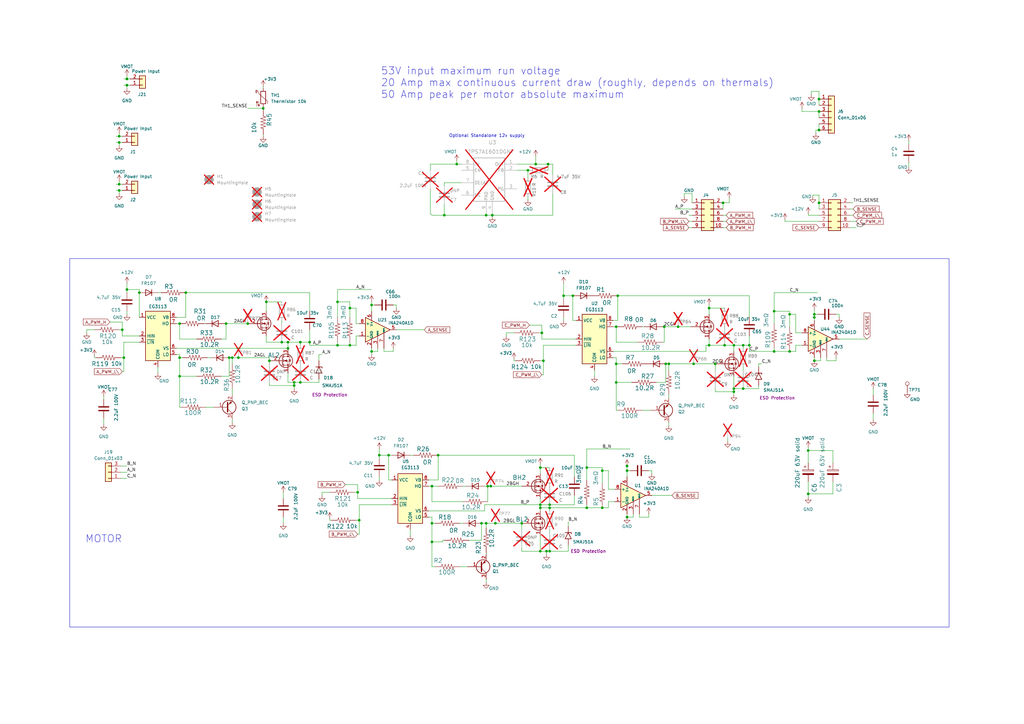
<source format=kicad_sch>
(kicad_sch (version 20230121) (generator eeschema)
  (paper "A3")
  (junction (at 152.4 144.145))
  (junction (at 200.025 199.39))
  (junction (at 120.65 158.115))
  (junction (at 274.32 149.225))
  (junction (at 147.32 213.36))
  (junction (at 317.5 144.145))
  (junction (at 240.665 208.28))
  (junction (at 48.895 58.42))
  (junction (at 120.65 156.845))
  (junction (at 50.8 146.685))
  (junction (at 52.07 34.925))
  (junction (at 179.705 186.69))
  (junction (at 334.01 130.175))
  (junction (at 95.25 146.685))
  (junction (at 273.05 149.225))
  (junction (at 159.385 186.69))
  (junction (at 73.66 146.685))
  (junction (at 334.01 147.955))
  (junction (at 331.47 202.565))
  (junction (at 335.915 40.64))
  (junction (at 252.73 149.225))
  (junction (at 203.2 214.63))
  (junction (at 52.07 118.745))
  (junction (at 118.11 140.335))
  (junction (at 115.57 140.335))
  (junction (at 334.01 128.905))
  (junction (at 48.895 55.88))
  (junction (at 225.425 207.01))
  (junction (at 127 140.335))
  (junction (at 93.98 146.685))
  (junction (at 247.015 193.04))
  (junction (at 222.885 147.955))
  (junction (at 201.93 88.265))
  (junction (at 224.155 226.06))
  (junction (at 253.365 121.285))
  (junction (at 257.175 191.135))
  (junction (at 197.485 214.63))
  (junction (at 101.6 132.715))
  (junction (at 335.915 45.72))
  (junction (at 48.895 78.105))
  (junction (at 297.18 141.605))
  (junction (at 234.95 121.285))
  (junction (at 50.165 135.255))
  (junction (at 317.5 127.635))
  (junction (at 97.79 146.685))
  (junction (at 225.425 208.28))
  (junction (at 146.685 201.93))
  (junction (at 123.19 140.335))
  (junction (at 331.47 184.785))
  (junction (at 177.165 222.25))
  (junction (at 138.43 123.825))
  (junction (at 300.99 159.385))
  (junction (at 57.15 120.015))
  (junction (at 143.51 141.605))
  (junction (at 73.66 154.305))
  (junction (at 284.48 149.225))
  (junction (at 152.4 125.095))
  (junction (at 199.39 214.63))
  (junction (at 252.73 133.985))
  (junction (at 138.43 141.605))
  (junction (at 48.895 75.565))
  (junction (at 92.71 132.715))
  (junction (at 278.13 133.985))
  (junction (at 240.665 191.77))
  (junction (at 187.325 67.31))
  (junction (at 247.015 208.28))
  (junction (at 221.615 208.28))
  (junction (at 300.99 160.655))
  (junction (at 221.615 191.77))
  (junction (at 323.85 144.145))
  (junction (at 257.175 193.04))
  (junction (at 323.85 128.905))
  (junction (at 257.175 212.09))
  (junction (at 110.49 147.955))
  (junction (at 76.2 120.015))
  (junction (at 304.8 159.385))
  (junction (at 143.51 126.365))
  (junction (at 290.83 126.365))
  (junction (at 201.295 199.39))
  (junction (at 335.915 83.185))
  (junction (at 296.545 83.185))
  (junction (at 222.25 136.525))
  (junction (at 290.83 141.605))
  (junction (at 225.425 226.06))
  (junction (at 118.11 142.875))
  (junction (at 304.8 141.605))
  (junction (at 272.415 133.985))
  (junction (at 213.995 214.63))
  (junction (at 335.915 53.34))
  (junction (at 182.245 88.265))
  (junction (at 224.79 67.31))
  (junction (at 219.71 67.31))
  (junction (at 107.95 44.45))
  (junction (at 307.34 141.605))
  (junction (at 177.165 214.63))
  (junction (at 109.22 123.825))
  (junction (at 73.66 132.715))
  (junction (at 252.73 156.845))
  (junction (at 231.14 121.285))
  (junction (at 221.615 207.01))
  (junction (at 155.575 186.69))
  (junction (at 177.165 199.39))
  (junction (at 52.07 32.385))
  (junction (at 221.615 226.06))
  (junction (at 293.37 149.225))
  (junction (at 300.99 141.605))
  (junction (at 123.19 156.845))
  (junction (at 199.39 88.265))
  (junction (at 216.535 69.85))
  (wire (pts (xy 349.885 83.185) (xy 348.615 83.185)))
  (wire (pts (xy 216.535 69.85) (xy 216.535 73.025)))
  (wire (pts (xy 300.99 160.655) (xy 293.37 160.655)))
  (wire (pts (xy 48.895 58.42) (xy 48.895 59.69)))
  (wire (pts (xy 272.415 133.985) (xy 278.13 133.985)))
  (wire (pts (xy 53.34 32.385) (xy 52.07 32.385)))
  (wire (pts (xy 290.83 141.605) (xy 297.18 141.605)))
  (wire (pts (xy 95.25 172.085) (xy 95.25 173.355)))
  (wire (pts (xy 225.425 207.01) (xy 235.585 207.01)))
  (wire (pts (xy 201.93 88.265) (xy 201.93 88.9)))
  (wire (pts (xy 247.015 193.04) (xy 247.015 198.12)))
  (wire (pts (xy 221.615 207.01) (xy 225.425 207.01)))
  (wire (pts (xy 280.67 79.375) (xy 280.67 80.645)))
  (wire (pts (xy 311.15 158.115) (xy 311.15 159.385)))
  (wire (pts (xy 127 141.605) (xy 138.43 141.605)))
  (wire (pts (xy 110.49 146.685) (xy 110.49 147.955)))
  (wire (pts (xy 293.37 149.225) (xy 293.37 151.765)))
  (wire (pts (xy 50.8 140.335) (xy 50.8 146.685)))
  (wire (pts (xy 299.085 81.28) (xy 299.085 83.185)))
  (wire (pts (xy 107.95 35.56) (xy 107.95 36.195)))
  (wire (pts (xy 317.5 127.635) (xy 323.85 127.635)))
  (wire (pts (xy 326.39 141.605) (xy 328.93 141.605)))
  (wire (pts (xy 335.915 50.8) (xy 335.915 53.34)))
  (wire (pts (xy 116.205 201.93) (xy 116.205 204.47)))
  (wire (pts (xy 152.4 144.145) (xy 152.4 145.415)))
  (wire (pts (xy 317.5 120.015) (xy 317.5 127.635)))
  (wire (pts (xy 252.73 168.275) (xy 252.73 156.845)))
  (wire (pts (xy 333.375 130.175) (xy 334.01 130.175)))
  (wire (pts (xy 120.65 158.115) (xy 110.49 158.115)))
  (wire (pts (xy 251.46 146.685) (xy 252.73 146.685)))
  (wire (pts (xy 311.15 159.385) (xy 304.8 159.385)))
  (wire (pts (xy 127 140.335) (xy 127 141.605)))
  (wire (pts (xy 283.845 79.375) (xy 283.845 83.185)))
  (wire (pts (xy 143.51 126.365) (xy 146.05 126.365)))
  (wire (pts (xy 182.245 88.265) (xy 177.165 88.265)))
  (wire (pts (xy 240.665 207.01) (xy 240.665 208.28)))
  (wire (pts (xy 259.715 210.82) (xy 259.715 212.09)))
  (wire (pts (xy 200.025 199.39) (xy 200.025 205.74)))
  (wire (pts (xy 52.07 32.385) (xy 50.8 32.385)))
  (wire (pts (xy 323.85 144.145) (xy 326.39 144.145)))
  (wire (pts (xy 116.205 212.09) (xy 116.205 214.63)))
  (wire (pts (xy 50.165 55.88) (xy 48.895 55.88)))
  (wire (pts (xy 273.05 149.225) (xy 274.32 149.225)))
  (wire (pts (xy 234.95 121.285) (xy 234.95 131.445)))
  (wire (pts (xy 226.695 67.31) (xy 226.695 71.755)))
  (wire (pts (xy 307.34 130.175) (xy 307.34 121.285)))
  (wire (pts (xy 252.73 133.985) (xy 252.73 140.335)))
  (wire (pts (xy 304.8 151.765) (xy 304.8 150.495)))
  (wire (pts (xy 282.575 90.805) (xy 283.845 90.805)))
  (wire (pts (xy 341.63 189.865) (xy 341.63 184.785)))
  (wire (pts (xy 221.615 204.47) (xy 221.615 207.01)))
  (wire (pts (xy 177.165 222.25) (xy 181.61 222.25)))
  (wire (pts (xy 179.705 186.69) (xy 235.585 186.69)))
  (wire (pts (xy 118.11 153.035) (xy 118.11 156.845)))
  (wire (pts (xy 351.155 93.345) (xy 348.615 93.345)))
  (wire (pts (xy 177.165 199.39) (xy 175.895 199.39)))
  (wire (pts (xy 93.98 154.305) (xy 90.805 154.305)))
  (wire (pts (xy 252.73 133.985) (xy 251.46 133.985)))
  (wire (pts (xy 290.83 139.065) (xy 290.83 141.605)))
  (wire (pts (xy 146.05 137.795) (xy 147.32 137.795)))
  (wire (pts (xy 321.945 90.805) (xy 335.915 90.805)))
  (wire (pts (xy 177.165 232.41) (xy 177.165 222.25)))
  (wire (pts (xy 50.165 132.08) (xy 50.165 135.255)))
  (wire (pts (xy 272.415 133.985) (xy 272.415 140.335)))
  (wire (pts (xy 300.99 159.385) (xy 300.99 160.655)))
  (wire (pts (xy 334.01 128.905) (xy 335.28 128.905)))
  (wire (pts (xy 50.8 140.335) (xy 57.15 140.335)))
  (wire (pts (xy 50.8 146.685) (xy 50.8 152.4)))
  (wire (pts (xy 177.165 199.39) (xy 179.705 199.39)))
  (wire (pts (xy 249.555 200.66) (xy 252.095 200.66)))
  (wire (pts (xy 64.77 150.495) (xy 64.77 153.035)))
  (wire (pts (xy 201.295 199.39) (xy 213.995 199.39)))
  (wire (pts (xy 331.47 202.565) (xy 331.47 203.835)))
  (wire (pts (xy 92.71 139.065) (xy 90.805 139.065)))
  (wire (pts (xy 213.995 214.63) (xy 213.995 217.17)))
  (wire (pts (xy 175.895 212.09) (xy 177.165 212.09)))
  (wire (pts (xy 221.615 226.06) (xy 224.155 226.06)))
  (wire (pts (xy 73.66 139.065) (xy 80.645 139.065)))
  (wire (pts (xy 278.13 133.985) (xy 283.21 133.985)))
  (wire (pts (xy 216.535 80.645) (xy 216.535 81.915)))
  (wire (pts (xy 35.56 135.255) (xy 35.56 136.525)))
  (wire (pts (xy 290.83 125.095) (xy 290.83 126.365)))
  (wire (pts (xy 235.585 195.58) (xy 235.585 186.69)))
  (wire (pts (xy 317.5 142.875) (xy 317.5 144.145)))
  (wire (pts (xy 341.63 184.785) (xy 331.47 184.785)))
  (wire (pts (xy 221.615 208.28) (xy 225.425 208.28)))
  (wire (pts (xy 297.815 90.805) (xy 296.545 90.805)))
  (wire (pts (xy 234.95 121.285) (xy 235.585 121.285)))
  (wire (pts (xy 152.4 144.145) (xy 154.94 144.145)))
  (wire (pts (xy 109.22 137.795) (xy 109.22 140.335)))
  (wire (pts (xy 226.695 79.375) (xy 226.695 88.265)))
  (wire (pts (xy 159.385 186.69) (xy 160.655 186.69)))
  (wire (pts (xy 50.165 135.255) (xy 50.165 137.795)))
  (wire (pts (xy 92.71 132.715) (xy 92.075 132.715)))
  (wire (pts (xy 57.15 118.745) (xy 57.15 120.015)))
  (wire (pts (xy 177.165 232.41) (xy 178.435 232.41)))
  (wire (pts (xy 323.85 128.905) (xy 326.39 128.905)))
  (wire (pts (xy 109.22 123.825) (xy 109.22 127.635)))
  (wire (pts (xy 97.79 146.685) (xy 110.49 146.685)))
  (wire (pts (xy 135.255 213.36) (xy 135.89 213.36)))
  (wire (pts (xy 130.81 155.575) (xy 130.81 156.845)))
  (wire (pts (xy 177.165 214.63) (xy 178.435 214.63)))
  (wire (pts (xy 48.895 58.42) (xy 47.625 58.42)))
  (wire (pts (xy 50.165 152.4) (xy 50.8 152.4)))
  (wire (pts (xy 334.01 130.175) (xy 334.01 131.445)))
  (wire (pts (xy 252.73 168.275) (xy 253.365 168.275)))
  (wire (pts (xy 257.175 193.04) (xy 258.445 193.04)))
  (wire (pts (xy 235.585 207.01) (xy 235.585 203.2)))
  (wire (pts (xy 138.43 123.825) (xy 138.43 130.175)))
  (wire (pts (xy 307.34 144.145) (xy 307.34 141.605)))
  (wire (pts (xy 154.94 142.875) (xy 154.94 144.145)))
  (wire (pts (xy 341.63 202.565) (xy 341.63 197.485)))
  (wire (pts (xy 219.71 64.135) (xy 219.71 67.31)))
  (wire (pts (xy 222.25 136.525) (xy 222.25 139.065)))
  (wire (pts (xy 293.37 160.655) (xy 293.37 159.385)))
  (wire (pts (xy 267.335 193.04) (xy 267.335 194.31)))
  (wire (pts (xy 304.8 159.385) (xy 300.99 159.385)))
  (wire (pts (xy 282.575 93.345) (xy 283.845 93.345)))
  (wire (pts (xy 49.53 193.675) (xy 52.07 193.675)))
  (wire (pts (xy 342.9 128.905) (xy 344.17 128.905)))
  (wire (pts (xy 197.485 221.615) (xy 192.405 221.615)))
  (wire (pts (xy 201.93 87.63) (xy 201.93 88.265)))
  (wire (pts (xy 147.32 213.36) (xy 147.32 219.075)))
  (wire (pts (xy 38.735 146.685) (xy 39.37 146.685)))
  (wire (pts (xy 127 127.635) (xy 127 120.015)))
  (wire (pts (xy 42.545 171.45) (xy 42.545 173.99)))
  (wire (pts (xy 273.05 149.225) (xy 273.05 156.845)))
  (wire (pts (xy 110.49 158.115) (xy 110.49 156.845)))
  (wire (pts (xy 73.66 146.685) (xy 74.93 146.685)))
  (wire (pts (xy 110.49 147.955) (xy 110.49 149.225)))
  (wire (pts (xy 123.19 140.335) (xy 123.19 141.605)))
  (wire (pts (xy 146.05 137.795) (xy 146.05 141.605)))
  (wire (pts (xy 201.93 88.265) (xy 199.39 88.265)))
  (wire (pts (xy 336.55 146.685) (xy 336.55 147.955)))
  (wire (pts (xy 304.8 141.605) (xy 307.34 141.605)))
  (wire (pts (xy 197.485 214.63) (xy 199.39 214.63)))
  (wire (pts (xy 95.25 159.385) (xy 95.25 161.925)))
  (wire (pts (xy 155.575 186.69) (xy 159.385 186.69)))
  (wire (pts (xy 257.175 191.135) (xy 257.175 193.04)))
  (wire (pts (xy 143.51 126.365) (xy 143.51 130.175)))
  (wire (pts (xy 146.685 198.755) (xy 146.685 201.93)))
  (wire (pts (xy 109.22 123.825) (xy 115.57 123.825)))
  (wire (pts (xy 257.175 190.5) (xy 257.175 191.135)))
  (wire (pts (xy 199.39 214.63) (xy 203.2 214.63)))
  (wire (pts (xy 335.915 45.72) (xy 335.915 48.26)))
  (wire (pts (xy 252.73 156.845) (xy 259.08 156.845)))
  (wire (pts (xy 339.09 147.955) (xy 342.9 147.955)))
  (wire (pts (xy 207.645 136.525) (xy 207.645 137.795)))
  (wire (pts (xy 176.53 67.31) (xy 176.53 69.85)))
  (wire (pts (xy 146.685 204.47) (xy 160.655 204.47)))
  (wire (pts (xy 249.555 205.74) (xy 249.555 208.28)))
  (wire (pts (xy 298.45 180.975) (xy 298.45 179.705)))
  (wire (pts (xy 342.9 146.685) (xy 342.9 147.955)))
  (wire (pts (xy 339.09 146.685) (xy 339.09 147.955)))
  (wire (pts (xy 231.14 121.285) (xy 234.95 121.285)))
  (wire (pts (xy 152.4 123.825) (xy 152.4 125.095)))
  (wire (pts (xy 328.93 45.72) (xy 335.915 45.72)))
  (wire (pts (xy 182.245 83.82) (xy 182.245 88.265)))
  (wire (pts (xy 282.575 88.265) (xy 283.845 88.265)))
  (wire (pts (xy 199.39 214.63) (xy 199.39 216.535)))
  (wire (pts (xy 231.14 121.285) (xy 231.14 116.205)))
  (wire (pts (xy 181.61 221.615) (xy 181.61 222.25)))
  (wire (pts (xy 135.255 212.725) (xy 135.255 213.36)))
  (wire (pts (xy 199.39 87.63) (xy 199.39 88.265)))
  (wire (pts (xy 307.34 141.605) (xy 307.34 137.795)))
  (wire (pts (xy 224.79 67.31) (xy 224.79 69.85)))
  (wire (pts (xy 155.575 195.58) (xy 155.575 196.85)))
  (wire (pts (xy 233.045 223.52) (xy 233.045 226.06)))
  (wire (pts (xy 115.57 140.335) (xy 118.11 140.335)))
  (wire (pts (xy 358.14 159.385) (xy 358.14 161.925)))
  (wire (pts (xy 225.425 218.44) (xy 225.425 217.17)))
  (wire (pts (xy 334.01 127) (xy 334.01 128.905)))
  (wire (pts (xy 257.175 210.82) (xy 257.175 212.09)))
  (wire (pts (xy 83.82 132.715) (xy 84.455 132.715)))
  (wire (pts (xy 311.15 149.225) (xy 311.15 150.495)))
  (wire (pts (xy 50.165 58.42) (xy 48.895 58.42)))
  (wire (pts (xy 335.915 37.465) (xy 335.915 40.64)))
  (wire (pts (xy 145.415 201.93) (xy 146.685 201.93)))
  (wire (pts (xy 123.19 140.335) (xy 127 140.335)))
  (wire (pts (xy 222.25 153.67) (xy 222.885 153.67)))
  (wire (pts (xy 64.77 120.015) (xy 66.04 120.015)))
  (wire (pts (xy 138.43 118.745) (xy 152.4 118.745)))
  (wire (pts (xy 45.085 132.08) (xy 50.165 132.08)))
  (wire (pts (xy 221.615 191.77) (xy 221.615 194.31)))
  (wire (pts (xy 273.05 156.845) (xy 269.24 156.845)))
  (wire (pts (xy 138.43 123.825) (xy 138.43 118.745)))
  (wire (pts (xy 335.915 80.01) (xy 335.915 83.185)))
  (wire (pts (xy 212.09 69.85) (xy 216.535 69.85)))
  (wire (pts (xy 130.81 156.845) (xy 123.19 156.845)))
  (wire (pts (xy 52.07 116.205) (xy 52.07 118.745)))
  (wire (pts (xy 266.7 168.275) (xy 263.525 168.275)))
  (wire (pts (xy 249.555 193.04) (xy 249.555 200.66)))
  (wire (pts (xy 344.17 139.065) (xy 355.6 139.065)))
  (wire (pts (xy 274.32 161.925) (xy 274.32 163.195)))
  (wire (pts (xy 52.07 34.925) (xy 52.07 36.195)))
  (wire (pts (xy 317.5 127.635) (xy 317.5 132.715)))
  (wire (pts (xy 188.595 214.63) (xy 189.865 214.63)))
  (wire (pts (xy 147.32 207.01) (xy 160.655 207.01)))
  (wire (pts (xy 222.25 133.35) (xy 222.25 136.525)))
  (wire (pts (xy 138.43 123.825) (xy 143.51 123.825)))
  (wire (pts (xy 221.615 147.955) (xy 222.885 147.955)))
  (wire (pts (xy 49.53 191.135) (xy 52.07 191.135)))
  (wire (pts (xy 326.39 128.905) (xy 326.39 136.525)))
  (wire (pts (xy 300.99 141.605) (xy 304.8 141.605)))
  (wire (pts (xy 210.82 147.955) (xy 211.455 147.955)))
  (wire (pts (xy 274.32 173.355) (xy 274.32 174.625)))
  (wire (pts (xy 87.63 167.005) (xy 84.455 167.005)))
  (wire (pts (xy 146.685 201.93) (xy 146.685 204.47)))
  (wire (pts (xy 191.77 232.41) (xy 188.595 232.41)))
  (wire (pts (xy 262.255 210.82) (xy 262.255 212.09)))
  (wire (pts (xy 300.99 160.655) (xy 300.99 161.925)))
  (wire (pts (xy 263.525 133.985) (xy 264.16 133.985)))
  (wire (pts (xy 251.46 131.445) (xy 253.365 131.445)))
  (wire (pts (xy 95.25 146.685) (xy 97.79 146.685)))
  (wire (pts (xy 332.74 37.465) (xy 335.915 37.465)))
  (wire (pts (xy 334.645 53.34) (xy 335.915 53.34)))
  (wire (pts (xy 344.17 128.905) (xy 344.17 130.175)))
  (wire (pts (xy 221.615 190.5) (xy 221.615 191.77)))
  (wire (pts (xy 289.56 144.145) (xy 289.56 141.605)))
  (wire (pts (xy 312.42 149.225) (xy 311.15 149.225)))
  (wire (pts (xy 73.66 167.005) (xy 74.295 167.005)))
  (wire (pts (xy 73.66 154.305) (xy 80.645 154.305)))
  (wire (pts (xy 331.47 87.63) (xy 331.47 88.265)))
  (wire (pts (xy 52.07 34.925) (xy 50.8 34.925)))
  (wire (pts (xy 334.01 147.955) (xy 336.55 147.955)))
  (wire (pts (xy 249.555 205.74) (xy 252.095 205.74)))
  (wire (pts (xy 161.29 125.095) (xy 162.56 125.095)))
  (wire (pts (xy 107.95 44.45) (xy 107.95 45.085)))
  (wire (pts (xy 161.29 142.875) (xy 161.29 144.145)))
  (wire (pts (xy 168.275 186.69) (xy 169.545 186.69)))
  (wire (pts (xy 297.815 93.345) (xy 296.545 93.345)))
  (wire (pts (xy 252.73 149.225) (xy 252.73 156.845)))
  (wire (pts (xy 326.39 136.525) (xy 328.93 136.525)))
  (wire (pts (xy 76.2 120.015) (xy 76.2 130.175)))
  (wire (pts (xy 50.165 75.565) (xy 48.895 75.565)))
  (wire (pts (xy 143.51 141.605) (xy 146.05 141.605)))
  (wire (pts (xy 240.665 191.77) (xy 247.015 191.77)))
  (wire (pts (xy 92.71 132.715) (xy 101.6 132.715)))
  (wire (pts (xy 300.99 141.605) (xy 300.99 144.145)))
  (wire (pts (xy 123.19 156.845) (xy 120.65 156.845)))
  (wire (pts (xy 290.83 126.365) (xy 297.18 126.365)))
  (wire (pts (xy 159.385 186.69) (xy 159.385 196.85)))
  (wire (pts (xy 132.08 201.93) (xy 135.255 201.93)))
  (wire (pts (xy 231.14 130.175) (xy 231.14 131.445)))
  (wire (pts (xy 290.83 126.365) (xy 290.83 128.905)))
  (wire (pts (xy 50.165 78.105) (xy 48.895 78.105)))
  (wire (pts (xy 289.56 141.605) (xy 290.83 141.605)))
  (wire (pts (xy 101.6 44.45) (xy 107.95 44.45)))
  (wire (pts (xy 267.335 203.2) (xy 275.59 203.2)))
  (wire (pts (xy 226.695 67.31) (xy 224.79 67.31)))
  (wire (pts (xy 252.73 149.225) (xy 255.27 149.225)))
  (wire (pts (xy 76.2 120.015) (xy 127 120.015)))
  (wire (pts (xy 49.53 196.215) (xy 52.07 196.215)))
  (wire (pts (xy 233.045 213.995) (xy 233.045 215.9)))
  (wire (pts (xy 48.895 78.105) (xy 48.895 79.375)))
  (wire (pts (xy 253.365 121.285) (xy 253.365 131.445)))
  (wire (pts (xy 146.05 213.36) (xy 147.32 213.36)))
  (wire (pts (xy 176.53 77.47) (xy 176.53 87.63)))
  (wire (pts (xy 296.545 83.185) (xy 299.085 83.185)))
  (wire (pts (xy 300.99 154.305) (xy 300.99 159.385)))
  (wire (pts (xy 73.66 132.715) (xy 72.39 132.715)))
  (wire (pts (xy 182.245 74.93) (xy 182.245 76.2)))
  (wire (pts (xy 284.48 149.225) (xy 293.37 149.225)))
  (wire (pts (xy 162.56 125.095) (xy 162.56 126.365)))
  (wire (pts (xy 146.05 126.365) (xy 146.05 132.715)))
  (wire (pts (xy 177.165 214.63) (xy 177.165 222.25)))
  (wire (pts (xy 328.93 44.45) (xy 328.93 45.72)))
  (wire (pts (xy 146.05 132.715) (xy 147.32 132.715)))
  (wire (pts (xy 72.39 142.875) (xy 118.11 142.875)))
  (wire (pts (xy 225.425 208.28) (xy 240.665 208.28)))
  (wire (pts (xy 221.615 219.71) (xy 221.615 226.06)))
  (wire (pts (xy 334.01 146.685) (xy 334.01 147.955)))
  (wire (pts (xy 181.61 221.615) (xy 182.245 221.615)))
  (wire (pts (xy 221.615 191.77) (xy 225.425 191.77)))
  (wire (pts (xy 333.375 80.01) (xy 333.375 80.645)))
  (wire (pts (xy 231.14 121.285) (xy 231.14 122.555)))
  (wire (pts (xy 115.57 132.715) (xy 115.57 131.445)))
  (wire (pts (xy 297.815 88.265) (xy 296.545 88.265)))
  (wire (pts (xy 349.885 85.725) (xy 348.615 85.725)))
  (wire (pts (xy 252.73 146.685) (xy 252.73 149.225)))
  (wire (pts (xy 271.78 140.335) (xy 272.415 140.335)))
  (wire (pts (xy 247.015 193.04) (xy 249.555 193.04)))
  (wire (pts (xy 92.71 132.715) (xy 92.71 139.065)))
  (wire (pts (xy 48.895 75.565) (xy 48.895 74.295)))
  (wire (pts (xy 118.11 140.335) (xy 123.19 140.335)))
  (wire (pts (xy 42.545 162.56) (xy 42.545 163.83)))
  (wire (pts (xy 233.045 226.06) (xy 225.425 226.06)))
  (wire (pts (xy 351.155 90.805) (xy 348.615 90.805)))
  (wire (pts (xy 130.81 145.415) (xy 130.81 147.955)))
  (wire (pts (xy 72.39 145.415) (xy 73.66 145.415)))
  (wire (pts (xy 224.155 226.06) (xy 224.155 227.33)))
  (wire (pts (xy 222.885 141.605) (xy 222.885 147.955)))
  (wire (pts (xy 93.98 146.685) (xy 95.25 146.685)))
  (wire (pts (xy 331.47 202.565) (xy 341.63 202.565)))
  (wire (pts (xy 212.09 67.31) (xy 219.71 67.31)))
  (wire (pts (xy 152.4 125.095) (xy 152.4 127.635)))
  (wire (pts (xy 118.11 156.845) (xy 120.65 156.845)))
  (wire (pts (xy 222.885 147.955) (xy 222.885 153.67)))
  (wire (pts (xy 323.85 128.905) (xy 323.85 133.985)))
  (wire (pts (xy 271.78 133.985) (xy 272.415 133.985)))
  (wire (pts (xy 331.47 184.785) (xy 331.47 189.865)))
  (wire (pts (xy 120.65 158.115) (xy 120.65 159.385)))
  (wire (pts (xy 73.66 145.415) (xy 73.66 146.685)))
  (wire (pts (xy 222.25 139.065) (xy 236.22 139.065)))
  (wire (pts (xy 189.865 199.39) (xy 191.135 199.39)))
  (wire (pts (xy 198.755 207.01) (xy 221.615 207.01)))
  (wire (pts (xy 146.685 219.075) (xy 147.32 219.075)))
  (wire (pts (xy 335.915 83.185) (xy 335.915 85.725)))
  (wire (pts (xy 118.11 140.335) (xy 118.11 142.875)))
  (wire (pts (xy 243.84 151.765) (xy 243.84 154.305)))
  (wire (pts (xy 200.025 199.39) (xy 201.295 199.39)))
  (wire (pts (xy 213.995 226.06) (xy 213.995 224.79)))
  (wire (pts (xy 199.39 226.695) (xy 199.39 227.33)))
  (wire (pts (xy 221.615 226.06) (xy 213.995 226.06)))
  (wire (pts (xy 152.4 125.095) (xy 153.67 125.095)))
  (wire (pts (xy 317.5 144.145) (xy 323.85 144.145)))
  (wire (pts (xy 53.34 34.925) (xy 52.07 34.925)))
  (wire (pts (xy 276.86 85.725) (xy 283.845 85.725)))
  (wire (pts (xy 175.895 209.55) (xy 198.755 209.55)))
  (wire (pts (xy 335.915 40.64) (xy 335.915 43.18)))
  (wire (pts (xy 372.745 57.785) (xy 372.745 59.055)))
  (wire (pts (xy 48.895 75.565) (xy 47.625 75.565)))
  (wire (pts (xy 372.745 68.58) (xy 372.745 66.675)))
  (wire (pts (xy 331.47 88.265) (xy 335.915 88.265)))
  (wire (pts (xy 52.07 32.385) (xy 52.07 31.115)))
  (wire (pts (xy 143.51 123.825) (xy 143.51 126.365)))
  (wire (pts (xy 358.14 169.545) (xy 358.14 172.085)))
  (wire (pts (xy 138.43 140.335) (xy 138.43 141.605)))
  (wire (pts (xy 203.2 214.63) (xy 213.995 214.63)))
  (wire (pts (xy 274.32 149.225) (xy 274.32 151.765)))
  (wire (pts (xy 57.15 120.015) (xy 57.15 130.175)))
  (wire (pts (xy 48.895 55.88) (xy 48.895 54.61)))
  (wire (pts (xy 334.01 128.905) (xy 334.01 130.175)))
  (wire (pts (xy 52.07 118.745) (xy 57.15 118.745)))
  (wire (pts (xy 349.885 88.265) (xy 348.615 88.265)))
  (wire (pts (xy 216.535 69.85) (xy 217.17 69.85)))
  (wire (pts (xy 217.17 133.35) (xy 222.25 133.35)))
  (wire (pts (xy 252.73 133.985) (xy 253.365 133.985)))
  (wire (pts (xy 221.615 208.28) (xy 221.615 209.55)))
  (wire (pts (xy 48.895 135.255) (xy 50.165 135.255)))
  (wire (pts (xy 73.66 154.305) (xy 73.66 167.005)))
  (wire (pts (xy 49.53 146.685) (xy 50.8 146.685)))
  (wire (pts (xy 73.66 146.685) (xy 73.66 154.305)))
  (wire (pts (xy 332.74 37.465) (xy 332.74 38.735)))
  (wire (pts (xy 247.015 208.28) (xy 249.555 208.28)))
  (wire (pts (xy 307.34 144.145) (xy 317.5 144.145)))
  (wire (pts (xy 280.67 79.375) (xy 283.845 79.375)))
  (wire (pts (xy 262.255 212.09) (xy 266.065 212.09)))
  (wire (pts (xy 176.53 67.31) (xy 187.325 67.31)))
  (wire (pts (xy 321.945 90.17) (xy 321.945 90.805)))
  (wire (pts (xy 179.705 186.69) (xy 179.705 196.85)))
  (wire (pts (xy 157.48 144.145) (xy 161.29 144.145)))
  (wire (pts (xy 240.665 191.77) (xy 240.665 196.85)))
  (wire (pts (xy 304.8 141.605) (xy 304.8 142.875)))
  (wire (pts (xy 85.09 146.685) (xy 86.36 146.685)))
  (wire (pts (xy 326.39 141.605) (xy 326.39 144.145)))
  (wire (pts (xy 177.165 88.265) (xy 176.53 87.63)))
  (wire (pts (xy 155.575 186.69) (xy 155.575 184.15)))
  (wire (pts (xy 297.18 141.605) (xy 300.99 141.605)))
  (wire (pts (xy 220.98 136.525) (xy 222.25 136.525)))
  (wire (pts (xy 240.665 184.15) (xy 240.665 191.77)))
  (wire (pts (xy 141.605 198.755) (xy 146.685 198.755)))
  (wire (pts (xy 120.65 156.845) (xy 120.65 158.115)))
  (wire (pts (xy 225.425 208.28) (xy 225.425 209.55)))
  (wire (pts (xy 199.39 88.265) (xy 182.245 88.265)))
  (wire (pts (xy 257.175 193.04) (xy 257.175 195.58)))
  (wire (pts (xy 95.25 146.685) (xy 95.25 149.225)))
  (wire (pts (xy 93.98 146.685) (xy 93.98 154.305)))
  (wire (pts (xy 240.665 184.15) (xy 258.445 184.15)))
  (wire (pts (xy 253.365 121.285) (xy 307.34 121.285)))
  (wire (pts (xy 38.735 146.05) (xy 38.735 146.685)))
  (wire (pts (xy 198.755 209.55) (xy 198.755 207.01)))
  (wire (pts (xy 132.08 201.93) (xy 132.08 203.2)))
  (wire (pts (xy 177.165 205.74) (xy 189.865 205.74)))
  (wire (pts (xy 162.56 135.255) (xy 173.99 135.255)))
  (wire (pts (xy 198.755 199.39) (xy 200.025 199.39)))
  (wire (pts (xy 187.325 67.31) (xy 189.23 67.31)))
  (wire (pts (xy 52.07 127.635) (xy 52.07 128.905)))
  (wire (pts (xy 50.165 137.795) (xy 57.15 137.795)))
  (wire (pts (xy 247.015 191.77) (xy 247.015 193.04)))
  (wire (pts (xy 72.39 130.175) (xy 76.2 130.175)))
  (wire (pts (xy 168.275 217.17) (xy 168.275 219.71)))
  (wire (pts (xy 331.47 183.515) (xy 331.47 184.785)))
  (wire (pts (xy 266.065 193.04) (xy 267.335 193.04)))
  (wire (pts (xy 177.165 212.09) (xy 177.165 214.63)))
  (wire (pts (xy 257.175 212.09) (xy 259.715 212.09)))
  (wire (pts (xy 251.46 144.145) (xy 289.56 144.145)))
  (wire (pts (xy 107.95 43.815) (xy 107.95 44.45)))
  (wire (pts (xy 333.375 80.01) (xy 335.915 80.01)))
  (wire (pts (xy 207.645 136.525) (xy 210.82 136.525)))
  (wire (pts (xy 48.895 78.105) (xy 47.625 78.105)))
  (wire (pts (xy 266.065 210.82) (xy 266.065 212.09)))
  (wire (pts (xy 199.39 237.49) (xy 199.39 238.76)))
  (wire (pts (xy 107.95 55.245) (xy 107.95 55.88)))
  (wire (pts (xy 219.71 67.31) (xy 224.79 67.31)))
  (wire (pts (xy 197.485 214.63) (xy 197.485 221.615)))
  (wire (pts (xy 323.85 127.635) (xy 323.85 128.905)))
  (wire (pts (xy 73.66 132.715) (xy 73.66 139.065)))
  (wire (pts (xy 127 140.335) (xy 127 135.255)))
  (wire (pts (xy 201.93 88.265) (xy 226.695 88.265)))
  (wire (pts (xy 143.51 140.335) (xy 143.51 141.605)))
  (wire (pts (xy 234.95 131.445) (xy 236.22 131.445)))
  (wire (pts (xy 48.895 55.88) (xy 47.625 55.88)))
  (wire (pts (xy 252.73 140.335) (xy 261.62 140.335)))
  (wire (pts (xy 147.32 207.01) (xy 147.32 213.36)))
  (wire (pts (xy 331.47 197.485) (xy 331.47 202.565)))
  (wire (pts (xy 159.385 196.85) (xy 160.655 196.85)))
  (wire (pts (xy 317.5 120.015) (xy 335.28 120.015)))
  (wire (pts (xy 52.07 118.745) (xy 52.07 120.015)))
  (wire (pts (xy 138.43 141.605) (xy 143.51 141.605)))
  (wire (pts (xy 187.325 66.04) (xy 187.325 67.31)))
  (wire (pts (xy 35.56 135.255) (xy 38.735 135.255)))
  (wire (pts (xy 221.615 207.01) (xy 221.615 208.28)))
  (wire (pts (xy 334.645 53.34) (xy 334.645 54.61)))
  (wire (pts (xy 296.545 83.185) (xy 296.545 85.725)))
  (wire (pts (xy 177.165 199.39) (xy 177.165 205.74)))
  (wire (pts (xy 225.425 226.06) (xy 224.155 226.06)))
  (wire (pts (xy 175.895 196.85) (xy 179.705 196.85)))
  (wire (pts (xy 222.885 141.605) (xy 236.22 141.605)))
  (wire (pts (xy 155.575 186.69) (xy 155.575 187.96)))
  (wire (pts (xy 109.22 140.335) (xy 115.57 140.335)))
  (wire (pts (xy 152.4 142.875) (xy 152.4 144.145)))
  (wire (pts (xy 210.82 147.32) (xy 210.82 147.955)))
  (wire (pts (xy 240.665 208.28) (xy 247.015 208.28)))
  (wire (pts (xy 157.48 142.875) (xy 157.48 144.145)))
  (wire (pts (xy 274.32 149.225) (xy 284.48 149.225)))
  (wire (pts (xy 182.245 74.93) (xy 189.23 74.93)))
  (wire (pts (xy 132.08 145.415) (xy 130.81 145.415)))
  (rectangle (start 28.575 106.045) (end 389.255 257.175))
  (text "MOTOR" (at 34.925 222.885 0) (effects (font (size 3 3)) (justify left bottom)))
  (text "Optional Standalone 12v supply" (at 184.15 56.515 0) (effects (font (size 1.27 1.27)) (justify left bottom)))
  (text "53V input maximum run voltage\n20 Amp max continuous current draw (roughly, depends on thermals)\n50 Amp peak per motor absolute maximum" (at 156.21 40.64 0) (effects (font (size 3 3)) (justify left bottom)))
  (label "A_N" (at 146.05 118.745 0))
  (label "2BGL" (at 206.375 214.63 0))
  (label "2AGL" (at 104.14 146.685 0))
  (label "2AGH" (at 100.965 132.715 180))
  (label "A_N" (at 132.08 145.415 0))
  (label "C_P" (at 351.155 93.345 0))
  (label "B_N" (at 247.015 184.15 0))
  (label "C_P" (at 307.34 144.145 0))
  (label "2CGH" (at 277.495 133.985 180))
  (label "B_N" (at 233.045 213.995 0))
  (label "A_P" (at 128.27 141.605 0))
  (label "2BGH" (at 207.645 199.39 0))
  (label "B_P" (at 217.17 207.01 180))
  (label "C_N" (at 323.85 120.015 0))
  (label "C_N" (at 312.42 149.225 0))
  (label "B_P" (at 282.575 88.265 180))
  (label "B_N" (at 52.07 191.135 0))
  (label "TH1_SENSE" (at 349.885 83.185 0))
  (label "2CGL" (at 292.1 149.225 0))
  (label "TH1_SENSE" (at 101.6 44.45 180))
  (label "A_P" (at 276.86 85.725 0))
  (label "C_N" (at 52.07 196.215 0))
  (label "A_N" (at 52.07 193.675 0))
  (global_label "C_PWM_H" (shape input) (at 351.155 90.805 0) (property "Intersheetrefs" "${INTERSHEET_REFS}" (effects hide)))
  (global_label "A_PWM_H" (shape input) (at 297.815 88.265 0) (property "Intersheetrefs" "${INTERSHEET_REFS}" (effects hide)))
  (global_label "B_PWM_L\\" (shape input) (at 146.685 219.075 180) (property "Intersheetrefs" "${INTERSHEET_REFS}" (effects hide)))
  (global_label "A_PWM_H" (shape input) (at 45.085 132.08 180) (property "Intersheetrefs" "${INTERSHEET_REFS}" (effects hide)))
  (global_label "A_SENSE" (shape input) (at 282.575 93.345 180) (property "Intersheetrefs" "${INTERSHEET_REFS}" (effects hide)))
  (global_label "C_SENSE" (shape input) (at 335.915 93.345 180) (property "Intersheetrefs" "${INTERSHEET_REFS}" (effects hide)))
  (global_label "B_SENSE" (shape input) (at 349.885 85.725 0) (property "Intersheetrefs" "${INTERSHEET_REFS}" (effects hide)))
  (global_label "B_SENSE" (shape input) (at 275.59 203.2 0) (property "Intersheetrefs" "${INTERSHEET_REFS}" (effects hide)))
  (global_label "C_PWM_L\\" (shape input) (at 349.885 88.265 0) (property "Intersheetrefs" "${INTERSHEET_REFS}" (effects hide)))
  (global_label "C_SENSE" (shape input) (at 355.6 139.065 90) (property "Intersheetrefs" "${INTERSHEET_REFS}" (effects hide)))
  (global_label "A_PWM_L\\" (shape input) (at 297.815 90.805 0) (property "Intersheetrefs" "${INTERSHEET_REFS}" (effects hide)))
  (global_label "B_PWM_L\\" (shape input) (at 282.575 90.805 180) (property "Intersheetrefs" "${INTERSHEET_REFS}" (effects hide)))
  (global_label "C_PWM_L\\" (shape input) (at 222.25 153.67 180) (property "Intersheetrefs" "${INTERSHEET_REFS}" (effects hide)))
  (global_label "A_PWM_L\\" (shape input) (at 50.165 152.4 180) (property "Intersheetrefs" "${INTERSHEET_REFS}" (effects hide)))
  (global_label "B_PWM_H" (shape input) (at 141.605 198.755 180) (property "Intersheetrefs" "${INTERSHEET_REFS}" (effects hide)))
  (global_label "A_SENSE" (shape input) (at 173.99 135.255 0) (property "Intersheetrefs" "${INTERSHEET_REFS}" (effects hide)))
  (global_label "C_PWM_H" (shape input) (at 217.17 133.35 180) (property "Intersheetrefs" "${INTERSHEET_REFS}" (effects hide)))
  (global_label "B_PWM_H" (shape input) (at 297.815 93.345 0) (property "Intersheetrefs" "${INTERSHEET_REFS}" (effects hide)))
  (symbol (lib_id "MotorController:TAYLOR_RESISTOR") (at 216.535 147.955 0) (unit 1)
    (property "Reference" "R124" (at 209.55 151.5364 0) (effects (font (size 1.778 1.778)) (justify left bottom)))
    (property "Value" "10k" (at 217.551 149.479 0) (effects (font (size 1.651 1.651)) (justify left top)))
    (property "Footprint" "Resistor_SMD:R_0603_1608Metric" (effects hide))
    (property "LCSC" "C25804" (effects hide))
  )
  (symbol (lib_id "Device:C") (at 293.37 155.575 180) (unit 1) (dnp yes)
    (property "Reference" "C9" (at 298.45 156.845 0) (effects (justify left bottom)))
    (property "Value" "DNP" (at 300.99 153.035 0) (effects (justify left bottom)))
    (property "Footprint" "Capacitor_SMD:C_0603_1608Metric" (effects hide))
  )
  (symbol (lib_id "Device:Q_NMOS_SGD") (at 106.68 132.715 0) (unit 1)
    (property "Reference" "AH2" (effects hide))
    (property "Value" "MOSFETSO-8" (effects hide))
    (property "Footprint" "motor:PowerPAK_SO-8_123" (effects hide))
    (property "LCSC" "C501507" (effects hide))
  )
  (symbol (lib_id "Device:C") (at 307.34 133.985 180) (unit 1)
    (property "Reference" "C65" (at 312.42 135.255 0) (effects (justify left bottom)))
    (property "Value" "10uF 35v" (at 311.785 130.175 0) (effects (justify left bottom)))
    (property "Footprint" "Capacitor_SMD:C_0603_1608Metric" (effects hide))
    (property "LCSC" "C194427" (effects hide))
  )
  (symbol (lib_id "Mechanical:MountingHole") (at 105.41 88.9 0) (unit 1) (dnp yes)
    (property "Reference" "H7" (at 108.585 87.6299 0) (effects (justify left)))
    (property "Value" "MountingHole" (at 108.585 90.1699 0) (effects (justify left)))
    (property "Footprint" "RP2040_minimal:MountingHole_3.9mm_Plastite_#6" (effects hide))
  )
  (symbol (lib_id "Connector:TestPoint") (at 372.11 160.655 0) (unit 1)
    (property "Reference" "TP71" (at 372.745 159.893 0) (effects (justify left)))
    (property "Value" "TestPoint" (effects hide))
    (property "Footprint" "TestPoint:TestPoint_Keystone_5019_Minature" (effects hide))
    (property "LCSC" "C238130" (effects hide))
  )
  (symbol (lib_id "Device:R") (at 220.98 69.85 270) (unit 1) (dnp yes)
    (property "Reference" "R6" (at 219.075 72.39 90))
    (property "Value" "R" (at 222.25 72.39 90))
    (property "Footprint" "Capacitor_SMD:C_0603_1608Metric" (effects hide))
  )
  (symbol (lib_id "Device:R") (at 297.18 130.175 0) (unit 1) (dnp yes)
    (property "Reference" "R88" (at 299.085 129.54 0) (effects (justify left)))
    (property "Value" "R" (at 299.085 132.08 0) (effects (justify left)))
    (property "Footprint" "Resistor_SMD:R_0805_2012Metric" (effects hide))
  )
  (symbol (lib_id "MotorController:TAYLOR_RESISTOR") (at 323.85 139.065 90) (unit 1)
    (property "Reference" "R114" (at 322.3514 143.51 0) (effects (font (size 1.778 1.778)) (justify left bottom)))
    (property "Value" "3mΩ" (at 320.294 134.874 0) (effects (font (size 1.651 1.651)) (justify left top)))
    (property "Footprint" "Resistor_SMD:R_2512_6332Metric" (effects hide))
    (property "LCSC" "C2688862" (effects hide))
  )
  (symbol (lib_id "Connector:TestPoint") (at 201.295 199.39 0) (unit 1) (dnp yes)
    (property "Reference" "TP74" (at 201.93 197.358 0) (effects (justify left)))
    (property "Value" "TestPoint" (effects hide))
    (property "Footprint" "parts:TestPoint_Pad_D1.5mm_no_courtyard" (effects hide))
  )
  (symbol (lib_id "power:GND") (at 162.56 126.365 0) (unit 1)
    (property "Reference" "#PWR0246" (effects hide))
    (property "Value" "GND" (at 162.56 130.175 0))
  )
  (symbol (lib_id "power:+3V3") (at 342.9 146.685 0) (mirror y) (unit 1)
    (property "Reference" "#PWR038" (effects hide))
    (property "Value" "+3V3" (at 343.154 142.2908 0))
  )
  (symbol (lib_id "Diode:SMF54A") (at 311.15 154.305 270) (unit 1)
    (property "Reference" "D9" (at 313.055 157.48 90) (effects (justify left)))
    (property "Value" "SMAJ51A" (at 313.055 160.02 90) (effects (justify left)))
    (property "Footprint" "Diode_SMD:D_SMA" (effects hide))
    (property "LCSC" "C726760" (effects hide))
    (property "Purpose" "ESD Protection" (at 318.77 163.195 90))
  )
  (symbol (lib_id "power:+3V3") (at 38.735 146.05 0) (unit 1)
    (property "Reference" "#PWR04" (effects hide))
    (property "Value" "+3V3" (at 35.306 143.5608 0))
  )
  (symbol (lib_id "power:GND") (at 332.74 38.735 0) (unit 1)
    (property "Reference" "#PWR023" (effects hide))
    (property "Value" "GND" (at 332.74 42.545 0))
  )
  (symbol (lib_id "Device:C_Polarized") (at 331.47 193.675 0) (unit 1)
    (property "Reference" "C6" (at 335.026 201.93 90) (effects (font (size 1.778 1.778)) (justify left bottom)))
    (property "Value" "220uF 63V solid" (at 326.136 200.279 90) (effects (font (size 1.651 1.651)) (justify left top)))
    (property "Footprint" "Capacitor_THT:CP_Radial_D10.0mm_P5.00mm" (effects hide))
    (property "LCSC" "C2983797" (effects hide))
  )
  (symbol (lib_id "power:+3V3") (at 107.95 35.56 0) (mirror y) (unit 1)
    (property "Reference" "#PWR036" (effects hide))
    (property "Value" "+3V3" (at 110.744 32.4358 0))
  )
  (symbol (lib_id "MotorBuck:VMOT") (at 328.93 44.45 0) (mirror y) (unit 1)
    (property "Reference" "#PWR025" (effects hide))
    (property "Value" "VMOT" (at 326.39 40.64 0))
    (property "Sim.Device" "SPICE" (effects hide))
    (property "Sim.Params" "type=\"I\" model=\"VMOT\" lib=\"\"" (effects hide))
    (property "Sim.Pins" "1=1" (effects hide))
  )
  (symbol (lib_id "Device:C") (at 52.07 123.825 180) (unit 1)
    (property "Reference" "C15" (at 49.53 126.365 0) (effects (justify left bottom)))
    (property "Value" "4.7uF 35V" (at 49.53 121.285 0) (effects (justify left bottom)))
    (property "Footprint" "Capacitor_SMD:C_0603_1608Metric" (effects hide))
    (property "LCSC" "C162274" (effects hide))
  )
  (symbol (lib_id "power:GND") (at 95.25 173.355 0) (unit 1)
    (property "Reference" "#PWR040" (effects hide))
    (property "Value" "GND" (at 95.25 178.435 0))
  )
  (symbol (lib_id "power:+3V3") (at 135.255 212.725 0) (unit 1)
    (property "Reference" "#PWR022" (effects hide))
    (property "Value" "+3V3" (at 131.826 210.2358 0))
  )
  (symbol (lib_id "Device:D") (at 194.945 199.39 0) (unit 1)
    (property "Reference" "D15" (at 194.945 196.85 0))
    (property "Value" "CDBU0130R-HF" (effects hide))
    (property "Footprint" "Diode_SMD:D_SOD-523" (effects hide))
    (property "LCSC" "C2886025" (effects hide))
  )
  (symbol (lib_id "MotorController:TAYLOR_RESISTOR") (at 199.39 221.615 90) (unit 1)
    (property "Reference" "R23" (at 197.2564 227.33 0) (effects (font (size 1.778 1.778)) (justify left bottom)))
    (property "Value" "10.2R" (at 202.692 224.79 0) (effects (font (size 1.778 1.778)) (justify left bottom)))
    (property "Footprint" "Resistor_SMD:R_0603_1608Metric" (effects hide))
    (property "LCSC" "C2933129" (effects hide))
  )
  (symbol (lib_id "MotorBuck:EG2131") (at 64.77 137.795 0) (unit 1)
    (property "Reference" "U8" (at 64.77 122.555 0))
    (property "Value" "EG3113" (at 64.77 125.73 0))
    (property "Footprint" "Package_SO:SOIC-8_3.9x4.9mm_P1.27mm" (effects hide))
    (property "Datasheet" "https://datasheet.lcsc.com/lcsc/1810101844_EG-Micro-EG2131_C193777.pdf" (effects hide))
    (property "LCSC" "C480666" (effects hide))
  )
  (symbol (lib_id "power:GND") (at 152.4 145.415 0) (unit 1)
    (property "Reference" "#PWR0244" (effects hide))
    (property "Value" "GND" (at 152.4 149.225 0))
  )
  (symbol (lib_id "power:GND") (at 155.575 196.85 0) (unit 1)
    (property "Reference" "#PWR019" (effects hide))
    (property "Value" "GND" (at 151.765 199.39 0))
  )
  (symbol (lib_id "power:GND") (at 344.17 130.175 0) (unit 1)
    (property "Reference" "#PWR0230" (effects hide))
    (property "Value" "GND" (at 344.17 133.985 0))
  )
  (symbol (lib_id "Device:C") (at 358.14 165.735 0) (unit 1)
    (property "Reference" "C78" (at 359.918 158.623 0) (effects (justify left bottom)))
    (property "Value" "2.2uF 100V" (at 363.982 170.815 90) (effects (justify left bottom)))
    (property "Footprint" "Capacitor_SMD:C_1206_3216Metric" (effects hide))
    (property "LCSC" "C650969" (effects hide))
  )
  (symbol (lib_id "Device:Q_NMOS_SGD") (at 219.075 214.63 0) (unit 1)
    (property "Reference" "BL2" (at 211.455 213.995 0) (effects (font (size 1.778 1.778)) (justify left bottom)))
    (property "Value" "MOSFETSO-8" (effects hide))
    (property "Footprint" "motor:PowerPAK_SO-8_123" (effects hide))
    (property "LCSC" "C501507" (effects hide))
  )
  (symbol (lib_id "power:GND") (at 199.39 238.76 0) (unit 1)
    (property "Reference" "#PWR059" (effects hide))
    (property "Value" "GND" (at 202.565 241.3 0))
  )
  (symbol (lib_id "MotorController:TAYLOR_RESISTOR") (at 258.445 168.275 0) (unit 1)
    (property "Reference" "R9" (at 252.73 166.7764 0) (effects (font (size 1.778 1.778)) (justify left bottom)))
    (property "Value" "100R" (at 254.635 171.577 0) (effects (font (size 1.778 1.778)) (justify left bottom)))
    (property "Footprint" "Resistor_SMD:R_0603_1608Metric" (effects hide))
    (property "LCSC" "C22775" (effects hide))
  )
  (symbol (lib_id "power:GND") (at 334.01 147.955 0) (unit 1)
    (property "Reference" "#PWR0228" (effects hide))
    (property "Value" "GND" (at 334.01 151.765 0))
  )
  (symbol (lib_id "Device:Q_NMOS_SGD") (at 219.075 199.39 0) (unit 1)
    (property "Reference" "BH2" (at 210.185 196.85 0) (effects (font (size 1.778 1.778)) (justify left bottom)))
    (property "Value" "MOSFETSO-8" (effects hide))
    (property "Footprint" "motor:PowerPAK_SO-8_123" (effects hide))
    (property "LCSC" "C501507" (effects hide))
  )
  (symbol (lib_id "power:+12V") (at 52.07 116.205 0) (unit 1)
    (property "Reference" "#PWR032" (effects hide))
    (property "Value" "+12V" (at 52.07 111.76 0))
  )
  (symbol (lib_id "MotorBuck:EG2131") (at 168.275 204.47 0) (unit 1)
    (property "Reference" "U5" (at 166.37 189.23 0))
    (property "Value" "EG3113" (at 168.275 191.77 0))
    (property "Footprint" "Package_SO:SOIC-8_3.9x4.9mm_P1.27mm" (effects hide))
    (property "Datasheet" "https://datasheet.lcsc.com/lcsc/1810101844_EG-Micro-EG2131_C193777.pdf" (effects hide))
    (property "LCSC" "C480666" (effects hide))
  )
  (symbol (lib_id "MotorController:TAYLOR_RESISTOR") (at 43.815 135.255 0) (unit 1)
    (property "Reference" "R120" (at 40.64 138.8364 0) (effects (font (size 1.778 1.778)) (justify left bottom)))
    (property "Value" "10k" (at 41.656 139.319 0) (effects (font (size 1.651 1.651)) (justify left top)))
    (property "Footprint" "Resistor_SMD:R_0603_1608Metric" (effects hide))
    (property "LCSC" "C25804" (effects hide))
  )
  (symbol (lib_id "power:GND") (at 331.47 203.835 0) (unit 1)
    (property "Reference" "#PWR02" (effects hide))
    (property "Value" "GND" (at 331.47 208.915 0))
  )
  (symbol (lib_id "Device:Q_NMOS_SGD") (at 288.29 133.985 0) (unit 1)
    (property "Reference" "CH2" (effects hide))
    (property "Value" "MOSFETSO-8" (effects hide))
    (property "Footprint" "motor:PowerPAK_SO-8_123" (effects hide))
    (property "LCSC" "C501507" (effects hide))
  )
  (symbol (lib_id "Device:C") (at 226.695 75.565 180) (unit 1) (dnp yes)
    (property "Reference" "C8" (at 232.41 78.105 0) (effects (justify left bottom)))
    (property "Value" "4.7uF 35V" (at 238.125 71.755 0) (effects (justify left bottom)))
    (property "Footprint" "Capacitor_SMD:C_0603_1608Metric" (effects hide))
    (property "LCSC" "C162274" (effects hide))
  )
  (symbol (lib_id "Mechanical:MountingHole") (at 85.725 73.66 0) (unit 1) (dnp yes)
    (property "Reference" "H1" (at 88.9 72.3899 0) (effects (justify left)))
    (property "Value" "MountingHole" (at 88.9 74.9299 0) (effects (justify left)))
    (property "Footprint" "RP2040_minimal:MountingHole_3.9mm_Plastite_#6" (effects hide))
  )
  (symbol (lib_id "power:+12V") (at 231.14 116.205 0) (unit 1)
    (property "Reference" "#PWR029" (effects hide))
    (property "Value" "+12V" (at 231.14 111.76 0))
  )
  (symbol (lib_id "Connector_Generic:Conn_01x06") (at 340.995 45.72 0) (unit 1)
    (property "Reference" "J6" (at 343.535 45.72 0) (effects (justify left)))
    (property "Value" "Conn_01x06" (at 343.535 48.26 0) (effects (justify left)))
    (property "Footprint" "Connector_PinHeader_2.54mm:PinHeader_1x06_P2.54mm_Vertical" (effects hide))
  )
  (symbol (lib_id "Device:C") (at 225.425 222.25 0) (unit 1) (dnp yes)
    (property "Reference" "C105" (at 226.695 219.71 0) (effects (justify left)))
    (property "Value" "C" (at 229.235 224.155 0) (effects (justify left)))
    (property "Footprint" "Capacitor_SMD:C_0805_2012Metric" (effects hide))
  )
  (symbol (lib_id "Device:C") (at 176.53 73.66 0) (unit 1) (dnp yes)
    (property "Reference" "C5" (at 171.45 71.755 0) (effects (justify left bottom)))
    (property "Value" "2.2uF 100V" (at 163.83 76.835 0) (effects (justify left bottom)))
    (property "Footprint" "Capacitor_SMD:C_0805_2012Metric" (effects hide))
    (property "LCSC" "C2981733" (effects hide))
  )
  (symbol (lib_id "MotorController:TAYLOR_RESISTOR") (at 260.35 149.225 0) (unit 1)
    (property "Reference" "R7" (at 256.54 147.7264 0) (effects (font (size 1.778 1.778)) (justify left bottom)))
    (property "Value" "0R" (at 257.175 153.162 0) (effects (font (size 1.778 1.778)) (justify left bottom)))
    (property "Footprint" "Resistor_SMD:R_0603_1608Metric" (effects hide))
    (property "LCSC" "C21189" (effects hide))
  )
  (symbol (lib_id "power:GND") (at 334.645 54.61 0) (unit 1)
    (property "Reference" "#PWR026" (effects hide))
    (property "Value" "GND" (at 334.645 58.42 0))
  )
  (symbol (lib_id "MotorController:TAYLOR_RESISTOR") (at 143.51 135.255 90) (unit 1)
    (property "Reference" "R113" (at 142.6464 139.065 0) (effects (font (size 1.778 1.778)) (justify left bottom)))
    (property "Value" "3mΩ" (at 139.954 131.064 0) (effects (font (size 1.651 1.651)) (justify left top)))
    (property "Footprint" "Resistor_SMD:R_2512_6332Metric" (effects hide))
    (property "LCSC" "C2688862" (effects hide))
  )
  (symbol (lib_id "Device:D") (at 269.24 149.225 0) (unit 1)
    (property "Reference" "D5" (at 269.24 146.685 0))
    (property "Value" "CDBU0130R-HF" (effects hide))
    (property "Footprint" "Diode_SMD:D_SOD-523" (effects hide))
    (property "LCSC" "C2886025" (effects hide))
  )
  (symbol (lib_id "power:GND") (at 35.56 136.525 0) (unit 1)
    (property "Reference" "#PWR017" (effects hide))
    (property "Value" "GND" (at 35.56 140.335 0))
  )
  (symbol (lib_id "Device:Q_PNP_BEC") (at 271.78 168.275 0) (mirror x) (unit 1)
    (property "Reference" "Q2" (at 278.13 168.91 0) (effects (justify left)))
    (property "Value" "Q_PNP_BEC" (at 278.13 166.37 0) (effects (justify left)))
    (property "Footprint" "Package_TO_SOT_SMD:SOT-23" (effects hide))
    (property "LCSC" "C686646" (effects hide))
  )
  (symbol (lib_id "MotorBuck:VMOT") (at 331.47 183.515 0) (unit 1)
    (property "Reference" "#PWR01" (effects hide))
    (property "Value" "VMOT" (at 331.47 179.705 0))
    (property "Sim.Device" "SPICE" (effects hide))
    (property "Sim.Params" "type=\"I\" model=\"VMOT\" lib=\"\"" (effects hide))
    (property "Sim.Pins" "1=1" (effects hide))
  )
  (symbol (lib_id "Device:C") (at 155.575 191.77 180) (unit 1)
    (property "Reference" "C11" (at 153.035 194.31 0) (effects (justify left bottom)))
    (property "Value" "4.7uF 35V" (at 153.035 189.23 0) (effects (justify left bottom)))
    (property "Footprint" "Capacitor_SMD:C_0603_1608Metric" (effects hide))
    (property "LCSC" "C162274" (effects hide))
  )
  (symbol (lib_id "Device:C_Polarized") (at 341.63 193.675 0) (unit 1)
    (property "Reference" "C3" (at 345.186 201.93 90) (effects (font (size 1.778 1.778)) (justify left bottom)))
    (property "Value" "220uF 63V solid" (at 336.296 200.279 90) (effects (font (size 1.651 1.651)) (justify left top)))
    (property "Footprint" "Capacitor_THT:CP_Radial_D10.0mm_P5.00mm" (effects hide))
    (property "LCSC" "C2983797" (effects hide))
  )
  (symbol (lib_id "power:GND") (at 300.99 161.925 0) (unit 1)
    (property "Reference" "#PWR0169" (effects hide))
    (property "Value" "GND" (at 300.99 167.005 0))
  )
  (symbol (lib_id "power:+12V") (at 219.71 64.135 0) (mirror y) (unit 1)
    (property "Reference" "#PWR049" (effects hide))
    (property "Value" "+12V" (at 215.265 62.23 0))
  )
  (symbol (lib_id "Amplifier_Current:INA240A1D") (at 259.715 203.2 0) (unit 1)
    (property "Reference" "U1" (at 261.62 199.1361 0))
    (property "Value" "INA240A1D" (at 269.24 200.4061 0))
    (property "Footprint" "Package_SO:SOIC-8_3.9x4.9mm_P1.27mm" (effects hide))
    (property "Datasheet" "http://www.ti.com/lit/ds/symlink/ina240.pdf" (effects hide))
    (property "LCSC" "C1346458" (effects hide))
  )
  (symbol (lib_id "power:GND") (at 224.155 227.33 0) (unit 1)
    (property "Reference" "#PWR0140" (effects hide))
    (property "Value" "GND" (at 224.155 232.41 0))
  )
  (symbol (lib_id "MotorController:TAYLOR_RESISTOR") (at 71.12 120.015 0) (unit 1)
    (property "Reference" "R3" (at 67.31 118.5164 0) (effects (font (size 1.778 1.778)) (justify left bottom)))
    (property "Value" "0R" (at 69.215 123.952 0) (effects (font (size 1.778 1.778)) (justify left bottom)))
    (property "Footprint" "Resistor_SMD:R_0603_1608Metric" (effects hide))
    (property "LCSC" "C21189" (effects hide))
  )
  (symbol (lib_id "power:GND") (at 168.275 219.71 0) (unit 1)
    (property "Reference" "#PWR024" (effects hide))
    (property "Value" "GND" (at 168.275 224.79 0))
  )
  (symbol (lib_id "MotorController:TAYLOR_RESISTOR") (at 184.785 199.39 0) (unit 1)
    (property "Reference" "R22" (at 180.975 197.8914 0) (effects (font (size 1.778 1.778)) (justify left bottom)))
    (property "Value" "0R" (at 186.69 198.247 0) (effects (font (size 1.778 1.778)) (justify left bottom)))
    (property "Footprint" "Resistor_SMD:R_0603_1608Metric" (effects hide))
    (property "LCSC" "C21189" (effects hide))
  )
  (symbol (lib_id "Connector_Generic:Conn_02x05_Odd_Even") (at 340.995 88.265 0) (unit 1)
    (property "Reference" "J5" (at 342.265 80.01 0))
    (property "Value" "Conn_02x06_Odd_Even" (effects hide))
    (property "Footprint" "Connector_PinHeader_2.54mm:PinHeader_2x05_P2.54mm_Vertical" (effects hide))
  )
  (symbol (lib_id "Device:D") (at 164.465 186.69 180) (unit 1)
    (property "Reference" "D2" (at 164.465 180.34 0))
    (property "Value" "FR107" (at 164.465 182.88 0))
    (property "Footprint" "Diode_SMD:D_SOD-123" (effects hide))
    (property "LCSC" "C511885" (effects hide))
  )
  (symbol (lib_id "Device:C") (at 304.8 155.575 0) (unit 1) (dnp yes)
    (property "Reference" "C104" (at 305.435 153.67 0) (effects (justify left)))
    (property "Value" "C" (at 306.07 158.115 0) (effects (justify left)))
    (property "Footprint" "Capacitor_SMD:C_0805_2012Metric" (effects hide))
  )
  (symbol (lib_id "Connector:TestPoint") (at 284.48 149.225 0) (unit 1) (dnp yes)
    (property "Reference" "TP66" (at 285.115 147.193 0) (effects (justify left)))
    (property "Value" "TestPoint" (effects hide))
    (property "Footprint" "parts:TestPoint_Pad_D1.5mm_no_courtyard" (effects hide))
  )
  (symbol (lib_id "Device:C") (at 42.545 167.64 0) (unit 1)
    (property "Reference" "C77" (at 44.323 160.528 0) (effects (justify left bottom)))
    (property "Value" "2.2uF 100V" (at 48.387 172.72 90) (effects (justify left bottom)))
    (property "Footprint" "Capacitor_SMD:C_1206_3216Metric" (effects hide))
    (property "LCSC" "C650969" (effects hide))
  )
  (symbol (lib_id "MotorBuck:VMOT") (at 358.14 159.385 0) (unit 1)
    (property "Reference" "#PWR0229" (effects hide))
    (property "Value" "VMOT" (at 358.14 155.575 0))
    (property "Sim.Device" "SPICE" (effects hide))
    (property "Sim.Params" "type=\"I\" model=\"VMOT\" lib=\"\"" (effects hide))
    (property "Sim.Pins" "1=1" (effects hide))
  )
  (symbol (lib_id "Device:D") (at 193.675 214.63 0) (unit 1)
    (property "Reference" "D16" (at 193.675 212.09 0))
    (property "Value" "CDBU0130R-HF" (effects hide))
    (property "Footprint" "Diode_SMD:D_SOD-523" (effects hide))
    (property "LCSC" "C2886025" (effects hide))
  )
  (symbol (lib_id "MotorController:TAYLOR_RESISTOR") (at 183.515 214.63 0) (unit 1)
    (property "Reference" "R18" (at 179.705 213.1314 0) (effects (font (size 1.778 1.778)) (justify left bottom)))
    (property "Value" "0R" (at 184.15 218.567 0) (effects (font (size 1.778 1.778)) (justify left bottom)))
    (property "Footprint" "Resistor_SMD:R_0603_1608Metric" (effects hide))
    (property "LCSC" "C21189" (effects hide))
  )
  (symbol (lib_id "Device:C") (at 182.245 80.01 180) (unit 1) (dnp yes)
    (property "Reference" "C7" (at 187.325 81.28 0) (effects (justify left bottom)))
    (property "Value" "DNP" (at 188.595 77.47 0) (effects (justify left bottom)))
    (property "Footprint" "Capacitor_SMD:C_0603_1608Metric" (effects hide))
  )
  (symbol (lib_id "Device:C") (at 110.49 153.035 180) (unit 1) (dnp yes)
    (property "Reference" "C17" (at 115.57 154.305 0) (effects (justify left bottom)))
    (property "Value" "DNP" (at 117.475 151.765 0) (effects (justify left bottom)))
    (property "Footprint" "Capacitor_SMD:C_0603_1608Metric" (effects hide))
  )
  (symbol (lib_id "power:GND") (at 274.32 174.625 0) (unit 1)
    (property "Reference" "#PWR0114" (effects hide))
    (property "Value" "GND" (at 274.32 179.705 0))
  )
  (symbol (lib_id "power:GND") (at 52.07 36.195 0) (unit 1)
    (property "Reference" "#PWR011" (effects hide))
    (property "Value" "GND" (at 52.07 41.275 0))
  )
  (symbol (lib_id "Connector_Generic:Conn_01x02") (at 55.245 78.105 0) (mirror x) (unit 1)
    (property "Reference" "J2" (at 53.34 81.915 0) (effects (justify left)))
    (property "Value" "Power Input" (at 50.8 72.39 0) (effects (justify left)))
    (property "Footprint" "parts:AMASS_XT60PW-M_1x02_P7.20mm_Horizontal" (effects hide))
    (property "LCSC" "C98732" (effects hide))
  )
  (symbol (lib_id "ldo:TPS7A1601DGNT") (at 201.93 72.39 0) (unit 1) (dnp yes)
    (property "Reference" "U3" (at 201.93 58.42 0) (effects (font (size 1.524 1.524))))
    (property "Value" "TPS7A1601DGNT" (at 201.295 62.23 0) (effects (font (size 1.524 1.524))))
    (property "Footprint" "DGN0008C_N" (effects hide))
    (property "Datasheet" "TPS7A1601DGNT" (effects hide))
    (property "LCSC" "C2865275" (effects hide))
  )
  (symbol (lib_id "Device:R") (at 115.57 127.635 0) (unit 1) (dnp yes)
    (property "Reference" "R86" (at 117.475 127 0) (effects (justify left)))
    (property "Value" "R" (at 117.475 129.54 0) (effects (justify left)))
    (property "Footprint" "Resistor_SMD:R_0805_2012Metric" (effects hide))
  )
  (symbol (lib_id "Device:Q_NMOS_SGD") (at 115.57 147.955 0) (unit 1)
    (property "Reference" "AL2" (at 109.855 146.685 0) (effects (font (size 1.778 1.778)) (justify left bottom)))
    (property "Value" "MOSFETSO-8" (effects hide))
    (property "Footprint" "motor:PowerPAK_SO-8_123" (effects hide))
    (property "LCSC" "C501507" (effects hide))
  )
  (symbol (lib_id "power:GND") (at 116.205 214.63 0) (unit 1)
    (property "Reference" "#PWR0259" (effects hide))
    (property "Value" "GND" (at 116.205 219.71 0))
  )
  (symbol (lib_id "Device:C") (at 339.09 128.905 90) (unit 1)
    (property "Reference" "C74" (at 343.6366 123.444 90) (effects (justify left)))
    (property "Value" "100n" (at 345.948 125.349 90) (effects (justify left)))
    (property "Footprint" "Capacitor_SMD:C_0603_1608Metric" (effects hide))
    (property "LCSC" "C14663" (effects hide))
  )
  (symbol (lib_id "Device:C") (at 297.18 137.795 0) (unit 1) (dnp yes)
    (property "Reference" "C103" (at 300.99 137.16 0) (effects (justify left)))
    (property "Value" "C" (at 300.99 139.7 0) (effects (justify left)))
    (property "Footprint" "Capacitor_SMD:C_0805_2012Metric" (effects hide))
  )
  (symbol (lib_id "MotorController:TAYLOR_RESISTOR") (at 274.32 156.845 90) (unit 1)
    (property "Reference" "R29" (at 272.8214 162.56 0) (effects (font (size 1.778 1.778)) (justify left bottom)))
    (property "Value" "10.2R" (at 278.892 160.02 0) (effects (font (size 1.778 1.778)) (justify left bottom)))
    (property "Footprint" "Resistor_SMD:R_0603_1608Metric" (effects hide))
    (property "LCSC" "C2933129" (effects hide))
  )
  (symbol (lib_id "Connector_Generic:Conn_01x03") (at 44.45 193.675 180) (unit 1)
    (property "Reference" "J19" (at 44.45 185.42 0))
    (property "Value" "Conn_01x03" (at 44.45 187.96 0))
    (property "Footprint" "parts:MT60-F.G.Y" (effects hide))
    (property "LCSC" "C99176" (effects hide))
  )
  (symbol (lib_id "Device:R") (at 225.425 213.36 0) (unit 1) (dnp yes)
    (property "Reference" "R90" (at 227.33 212.725 0) (effects (justify left)))
    (property "Value" "R" (at 227.33 215.265 0) (effects (justify left)))
    (property "Footprint" "Resistor_SMD:R_0805_2012Metric" (effects hide))
  )
  (symbol (lib_id "Diode:SMF54A") (at 130.81 151.765 270) (unit 1)
    (property "Reference" "D18" (at 132.715 154.94 90) (effects (justify left)))
    (property "Value" "SMAJ51A" (at 132.08 158.115 90) (effects (justify left)))
    (property "Footprint" "Diode_SMD:D_SMA" (effects hide))
    (property "LCSC" "C726760" (effects hide))
    (property "Purpose" "ESD Protection" (at 135.255 161.925 90))
  )
  (symbol (lib_id "MotorController:TAYLOR_RESISTOR") (at 107.95 50.165 270) (unit 1)
    (property "Reference" "R45" (at 109.4486 46.355 0) (effects (font (size 1.778 1.778)) (justify left bottom)))
    (property "Value" "10k" (at 105.156 49.911 0) (effects (font (size 1.651 1.651)) (justify left top)))
    (property "Footprint" "Resistor_SMD:R_0603_1608Metric" (effects hide))
    (property "LCSC" "C25804" (effects hide))
  )
  (symbol (lib_id "power:GND") (at 257.175 212.09 0) (unit 1)
    (property "Reference" "#PWR042" (effects hide))
    (property "Value" "GND" (at 257.175 215.9 0))
  )
  (symbol (lib_id "Connector:TestPoint") (at 278.13 133.985 0) (unit 1) (dnp yes)
    (property "Reference" "TP64" (at 278.765 131.953 0) (effects (justify left)))
    (property "Value" "TestPoint" (effects hide))
    (property "Footprint" "parts:TestPoint_Pad_D1.5mm_no_courtyard" (effects hide))
  )
  (symbol (lib_id "Mechanical:MountingHole") (at 105.41 78.74 0) (unit 1) (dnp yes)
    (property "Reference" "H5" (at 108.585 77.4699 0) (effects (justify left)))
    (property "Value" "MountingHole" (at 108.585 80.0099 0) (effects (justify left)))
    (property "Footprint" "RP2040_minimal:MountingHole_3.9mm_Plastite_#6" (effects hide))
  )
  (symbol (lib_id "MotorController:TAYLOR_RESISTOR") (at 80.01 146.685 0) (unit 1)
    (property "Reference" "R30" (at 76.2 145.1864 0) (effects (font (size 1.778 1.778)) (justify left bottom)))
    (property "Value" "0R" (at 76.835 150.622 0) (effects (font (size 1.778 1.778)) (justify left bottom)))
    (property "Footprint" "Resistor_SMD:R_0603_1608Metric" (effects hide))
    (property "LCSC" "C21189" (effects hide))
  )
  (symbol (lib_id "Mechanical:MountingHole") (at 105.41 83.82 0) (unit 1) (dnp yes)
    (property "Reference" "H6" (at 108.585 82.5499 0) (effects (justify left)))
    (property "Value" "MountingHole" (at 108.585 85.0899 0) (effects (justify left)))
    (property "Footprint" "RP2040_minimal:MountingHole_3.9mm_Plastite_#6" (effects hide))
  )
  (symbol (lib_id "MotorController:TAYLOR_RESISTOR") (at 44.45 146.685 0) (unit 1)
    (property "Reference" "R119" (at 37.465 150.2664 0) (effects (font (size 1.778 1.778)) (justify left bottom)))
    (property "Value" "10k" (at 45.466 148.209 0) (effects (font (size 1.651 1.651)) (justify left top)))
    (property "Footprint" "Resistor_SMD:R_0603_1608Metric" (effects hide))
    (property "LCSC" "C25804" (effects hide))
  )
  (symbol (lib_id "MotorBuck:VMOT") (at 48.895 74.295 0) (unit 1)
    (property "Reference" "#PWR06" (effects hide))
    (property "Value" "VMOT" (at 48.895 70.485 0))
    (property "Sim.Device" "SPICE" (effects hide))
    (property "Sim.Params" "type=\"I\" model=\"VMOT\" lib=\"\"" (effects hide))
    (property "Sim.Pins" "1=1" (effects hide))
  )
  (symbol (lib_id "MotorController:TAYLOR_RESISTOR") (at 138.43 135.255 90) (unit 1)
    (property "Reference" "R105" (at 136.9314 139.065 0) (effects (font (size 1.778 1.778)) (justify left bottom)))
    (property "Value" "3mΩ" (at 134.239 131.064 0) (effects (font (size 1.651 1.651)) (justify left top)))
    (property "Footprint" "Resistor_SMD:R_2512_6332Metric" (effects hide))
    (property "LCSC" "C2688862" (effects hide))
  )
  (symbol (lib_id "Device:C") (at 235.585 199.39 180) (unit 1)
    (property "Reference" "C13" (at 233.045 198.755 0) (effects (justify left bottom)))
    (property "Value" "10uF 35v" (at 239.395 191.135 0) (effects (justify left bottom)))
    (property "Footprint" "Capacitor_SMD:C_0603_1608Metric" (effects hide))
    (property "LCSC" "C194427" (effects hide))
  )
  (symbol (lib_id "power:GND") (at 52.07 128.905 0) (unit 1)
    (property "Reference" "#PWR027" (effects hide))
    (property "Value" "GND" (at 48.26 130.175 0))
  )
  (symbol (lib_id "power:GND") (at 358.14 172.085 0) (unit 1)
    (property "Reference" "#PWR0260" (effects hide))
    (property "Value" "GND" (at 358.14 177.165 0))
  )
  (symbol (lib_id "Diode:SMF54A") (at 233.045 219.71 270) (unit 1)
    (property "Reference" "D8" (at 235.585 219.075 90) (effects (justify left)))
    (property "Value" "SMAJ51A" (at 234.95 222.25 90) (effects (justify left)))
    (property "Footprint" "Diode_SMD:D_SMA" (effects hide))
    (property "LCSC" "C726760" (effects hide))
    (property "Purpose" "ESD Protection" (at 241.3 226.06 90))
  )
  (symbol (lib_id "power:+3V3") (at 257.175 191.135 0) (mirror y) (unit 1)
    (property "Reference" "#PWR041" (effects hide))
    (property "Value" "+3V3" (at 257.429 186.7408 0))
  )
  (symbol (lib_id "Amplifier_Current:INA240A1D") (at 154.94 135.255 0) (unit 1)
    (property "Reference" "U21" (at 156.845 131.1911 0))
    (property "Value" "INA240A1D" (at 164.465 132.4611 0))
    (property "Footprint" "Package_SO:SOIC-8_3.9x4.9mm_P1.27mm" (effects hide))
    (property "Datasheet" "http://www.ti.com/lit/ds/symlink/ina240.pdf" (effects hide))
    (property "LCSC" "C1346458" (effects hide))
  )
  (symbol (lib_id "MotorBuck:VMOT") (at 299.085 81.28 0) (mirror y) (unit 1)
    (property "Reference" "#PWR020" (effects hide))
    (property "Value" "VMOT" (at 296.545 77.47 0))
    (property "Sim.Device" "SPICE" (effects hide))
    (property "Sim.Params" "type=\"I\" model=\"VMOT\" lib=\"\"" (effects hide))
    (property "Sim.Pins" "1=1" (effects hide))
  )
  (symbol (lib_id "MotorController:TAYLOR_RESISTOR") (at 85.725 139.065 0) (unit 1)
    (property "Reference" "R33" (at 81.915 137.5664 0) (effects (font (size 1.778 1.778)) (justify left bottom)))
    (property "Value" "10.2R" (at 81.915 142.367 0) (effects (font (size 1.778 1.778)) (justify left bottom)))
    (property "Footprint" "Resistor_SMD:R_0603_1608Metric" (effects hide))
    (property "LCSC" "C2933129" (effects hide))
  )
  (symbol (lib_id "power:+12V") (at 155.575 184.15 0) (unit 1)
    (property "Reference" "#PWR031" (effects hide))
    (property "Value" "+12V" (at 155.575 179.705 0))
  )
  (symbol (lib_id "power:GND") (at 42.545 173.99 0) (unit 1)
    (property "Reference" "#PWR0261" (effects hide))
    (property "Value" "GND" (at 42.545 179.07 0))
  )
  (symbol (lib_id "power:GND") (at 64.77 153.035 0) (unit 1)
    (property "Reference" "#PWR043" (effects hide))
    (property "Value" "GND" (at 67.31 156.21 0))
  )
  (symbol (lib_id "Connector:TestPoint") (at 101.6 132.715 0) (unit 1) (dnp yes)
    (property "Reference" "TP73" (at 102.235 130.683 0) (effects (justify left)))
    (property "Value" "TestPoint" (effects hide))
    (property "Footprint" "parts:TestPoint_Pad_D1.5mm_no_courtyard" (effects hide))
  )
  (symbol (lib_id "Device:Q_PNP_BEC") (at 92.71 167.005 0) (mirror x) (unit 1)
    (property "Reference" "Q3" (at 99.06 167.64 0) (effects (justify left)))
    (property "Value" "Q_PNP_BEC" (at 99.06 165.1 0) (effects (justify left)))
    (property "Footprint" "Package_TO_SOT_SMD:SOT-23" (effects hide))
    (property "LCSC" "C686646" (effects hide))
  )
  (symbol (lib_id "Device:D") (at 60.96 120.015 180) (unit 1)
    (property "Reference" "D7" (at 60.96 113.665 0))
    (property "Value" "FR107" (at 60.96 116.205 0))
    (property "Footprint" "Diode_SMD:D_SOD-123" (effects hide))
    (property "LCSC" "C511885" (effects hide))
  )
  (symbol (lib_id "MotorBuck:VMOT") (at 187.325 66.04 0) (mirror y) (unit 1)
    (property "Reference" "#PWR050" (effects hide))
    (property "Value" "VMOT" (at 184.785 62.23 0))
    (property "Sim.Device" "SPICE" (effects hide))
    (property "Sim.Params" "type=\"I\" model=\"VMOT\" lib=\"\"" (effects hide))
    (property "Sim.Pins" "1=1" (effects hide))
  )
  (symbol (lib_id "power:+3V3") (at 266.065 210.82 0) (mirror y) (unit 1)
    (property "Reference" "#PWR044" (effects hide))
    (property "Value" "+3V3" (at 266.319 206.4258 0))
  )
  (symbol (lib_id "MotorBuck:VMOT") (at 48.895 54.61 0) (unit 1)
    (property "Reference" "#PWR03" (effects hide))
    (property "Value" "VMOT" (at 48.895 50.8 0))
    (property "Sim.Device" "SPICE" (effects hide))
    (property "Sim.Params" "type=\"I\" model=\"VMOT\" lib=\"\"" (effects hide))
    (property "Sim.Pins" "1=1" (effects hide))
  )
  (symbol (lib_id "Device:D") (at 88.265 132.715 0) (unit 1)
    (property "Reference" "D17" (at 88.265 130.175 0))
    (property "Value" "CDBU0130R-HF" (effects hide))
    (property "Footprint" "Diode_SMD:D_SOD-523" (effects hide))
    (property "LCSC" "C2886025" (effects hide))
  )
  (symbol (lib_id "Connector:TestPoint") (at 203.2 214.63 0) (unit 1) (dnp yes)
    (property "Reference" "TP77" (at 204.47 210.693 0) (effects (justify left)))
    (property "Value" "TestPoint" (effects hide))
    (property "Footprint" "parts:TestPoint_Pad_D1.5mm_no_courtyard" (effects hide))
  )
  (symbol (lib_id "Device:Q_NMOS_SGD") (at 298.45 149.225 0) (unit 1)
    (property "Reference" "CL2" (effects hide))
    (property "Value" "MOSFETSO-8" (effects hide))
    (property "Footprint" "motor:PowerPAK_SO-8_123" (effects hide))
    (property "LCSC" "C501507" (effects hide))
  )
  (symbol (lib_id "Device:C") (at 262.255 193.04 90) (unit 1)
    (property "Reference" "C1" (at 266.8016 187.579 90) (effects (justify left)))
    (property "Value" "100n" (at 269.113 189.484 90) (effects (justify left)))
    (property "Footprint" "Capacitor_SMD:C_0603_1608Metric" (effects hide))
    (property "LCSC" "C14663" (effects hide))
  )
  (symbol (lib_id "power:+3V3") (at 321.945 90.17 0) (mirror y) (unit 1)
    (property "Reference" "#PWR018" (effects hide))
    (property "Value" "+3V3" (at 318.389 88.3158 0))
  )
  (symbol (lib_id "power:+3V3") (at 210.82 147.32 0) (unit 1)
    (property "Reference" "#PWR0161" (effects hide))
    (property "Value" "+3V3" (at 207.391 144.8308 0))
  )
  (symbol (lib_id "Device:C") (at 231.14 126.365 180) (unit 1)
    (property "Reference" "C2" (at 228.6 128.905 0) (effects (justify left bottom)))
    (property "Value" "4.7uF 35V" (at 228.6 123.825 0) (effects (justify left bottom)))
    (property "Footprint" "Capacitor_SMD:C_0603_1608Metric" (effects hide))
    (property "LCSC" "C162274" (effects hide))
  )
  (symbol (lib_id "Device:R") (at 216.535 76.835 0) (unit 1) (dnp yes)
    (property "Reference" "R10" (at 219.075 78.74 90))
    (property "Value" "R" (at 219.075 75.565 90))
    (property "Footprint" "Capacitor_SMD:C_0603_1608Metric" (effects hide))
  )
  (symbol (lib_id "Device:D") (at 267.97 133.985 0) (unit 1)
    (property "Reference" "D6" (at 267.97 131.445 0))
    (property "Value" "CDBU0130R-HF" (effects hide))
    (property "Footprint" "Diode_SMD:D_SOD-523" (effects hide))
    (property "LCSC" "C2886025" (effects hide))
  )
  (symbol (lib_id "Device:C") (at 127 131.445 180) (unit 1)
    (property "Reference" "C70" (at 132.08 132.715 0) (effects (justify left bottom)))
    (property "Value" "10uF 35v" (at 130.81 127.635 0) (effects (justify left bottom)))
    (property "Footprint" "Capacitor_SMD:C_0603_1608Metric" (effects hide))
    (property "LCSC" "C194427" (effects hide))
  )
  (symbol (lib_id "MotorController:TAYLOR_RESISTOR") (at 140.335 201.93 0) (unit 1)
    (property "Reference" "R121" (at 137.16 205.5114 0) (effects (font (size 1.778 1.778)) (justify left bottom)))
    (property "Value" "10k" (at 138.176 205.994 0) (effects (font (size 1.651 1.651)) (justify left top)))
    (property "Footprint" "Resistor_SMD:R_0603_1608Metric" (effects hide))
    (property "LCSC" "C25804" (effects hide))
  )
  (symbol (lib_id "power:GND") (at 207.645 137.795 0) (unit 1)
    (property "Reference" "#PWR030" (effects hide))
    (property "Value" "GND" (at 207.645 141.605 0))
  )
  (symbol (lib_id "power:GND") (at 107.95 55.88 0) (unit 1)
    (property "Reference" "#PWR015" (effects hide))
    (property "Value" "GND" (at 107.95 59.69 0))
  )
  (symbol (lib_id "power:GND") (at 243.84 154.305 0) (unit 1)
    (property "Reference" "#PWR09" (effects hide))
    (property "Value" "GND" (at 243.84 159.385 0))
  )
  (symbol (lib_id "power:GND") (at 132.08 203.2 0) (unit 1)
    (property "Reference" "#PWR021" (effects hide))
    (property "Value" "GND" (at 132.08 207.01 0))
  )
  (symbol (lib_id "MotorController:TAYLOR_RESISTOR") (at 187.325 221.615 0) (unit 1)
    (property "Reference" "R25" (at 189.23 220.1164 0) (effects (font (size 1.778 1.778)) (justify left bottom)))
    (property "Value" "10.2R" (at 183.515 224.917 0) (effects (font (size 1.778 1.778)) (justify left bottom)))
    (property "Footprint" "Resistor_SMD:R_0603_1608Metric" (effects hide))
    (property "LCSC" "C2933129" (effects hide))
  )
  (symbol (lib_id "MotorController:TAYLOR_RESISTOR") (at 258.445 133.985 0) (unit 1)
    (property "Reference" "R8" (at 255.905 131.8514 0) (effects (font (size 1.778 1.778)) (justify left bottom)))
    (property "Value" "0R" (at 260.35 132.207 0) (effects (font (size 1.778 1.778)) (justify left bottom)))
    (property "Footprint" "Resistor_SMD:R_0603_1608Metric" (effects hide))
    (property "LCSC" "C21189" (effects hide))
  )
  (symbol (lib_id "MotorBuck:EG2131") (at 243.84 139.065 0) (unit 1)
    (property "Reference" "U2" (at 243.84 124.46 0))
    (property "Value" "EG3113" (at 243.84 127 0))
    (property "Footprint" "Package_SO:SOIC-8_3.9x4.9mm_P1.27mm" (effects hide))
    (property "Datasheet" "https://datasheet.lcsc.com/lcsc/1810101844_EG-Micro-EG2131_C193777.pdf" (effects hide))
    (property "LCSC" "C480666" (effects hide))
  )
  (symbol (lib_id "power:GND") (at 280.67 80.645 0) (mirror y) (unit 1)
    (property "Reference" "#PWR016" (effects hide))
    (property "Value" "GND" (at 282.575 78.105 0))
  )
  (symbol (lib_id "power:+12V") (at 331.47 87.63 0) (mirror y) (unit 1)
    (property "Reference" "#PWR028" (effects hide))
    (property "Value" "+12V" (at 327.025 85.725 0))
  )
  (symbol (lib_id "Connector_Generic:Conn_02x05_Odd_Even") (at 288.925 88.265 0) (unit 1)
    (property "Reference" "J4" (at 289.56 80.01 0))
    (property "Value" "Conn_02x06_Odd_Even" (effects hide))
    (property "Footprint" "Connector_PinHeader_2.54mm:PinHeader_2x05_P2.54mm_Vertical" (effects hide))
  )
  (symbol (lib_id "power:+3V3") (at 161.29 142.875 0) (mirror y) (unit 1)
    (property "Reference" "#PWR039" (effects hide))
    (property "Value" "+3V3" (at 161.544 138.4808 0))
  )
  (symbol (lib_id "Device:C") (at 115.57 136.525 0) (unit 1) (dnp yes)
    (property "Reference" "C101" (at 119.38 135.89 0) (effects (justify left)))
    (property "Value" "C" (at 119.38 138.43 0) (effects (justify left)))
    (property "Footprint" "Capacitor_SMD:C_0805_2012Metric" (effects hide))
  )
  (symbol (lib_id "Device:Thermistor_NTC") (at 107.95 40.005 0) (unit 1)
    (property "Reference" "TH1" (at 111.125 39.0524 0) (effects (justify left)))
    (property "Value" "Thermistor 10k" (at 111.125 41.5924 0) (effects (justify left)))
    (property "Footprint" "Resistor_SMD:R_0603_1608Metric" (effects hide))
    (property "LCSC" "C13564" (effects hide))
  )
  (symbol (lib_id "power:GND") (at 372.745 68.58 0) (mirror y) (unit 1)
    (property "Reference" "#PWR048" (effects hide))
    (property "Value" "GND" (at 370.205 68.58 0))
  )
  (symbol (lib_id "Device:C") (at 116.205 208.28 0) (unit 1)
    (property "Reference" "C79" (at 117.983 201.168 0) (effects (justify left bottom)))
    (property "Value" "2.2uF 100V" (at 122.047 213.36 90) (effects (justify left bottom)))
    (property "Footprint" "Capacitor_SMD:C_1206_3216Metric" (effects hide))
    (property "LCSC" "C650969" (effects hide))
  )
  (symbol (lib_id "MotorController:TAYLOR_RESISTOR") (at 264.16 156.845 0) (unit 1)
    (property "Reference" "R27" (at 262.89 155.3464 0) (effects (font (size 1.778 1.778)) (justify left bottom)))
    (property "Value" "10.2R" (at 260.35 160.147 0) (effects (font (size 1.778 1.778)) (justify left bottom)))
    (property "Footprint" "Resistor_SMD:R_0603_1608Metric" (effects hide))
    (property "LCSC" "C2933129" (effects hide))
  )
  (symbol (lib_id "power:+3V3") (at 372.745 57.785 0) (mirror y) (unit 1)
    (property "Reference" "#PWR047" (effects hide))
    (property "Value" "+3V3" (at 369.189 55.9308 0))
  )
  (symbol (lib_id "Device:R") (at 123.19 145.415 0) (unit 1) (dnp yes)
    (property "Reference" "R87" (at 125.095 144.78 0) (effects (justify left)))
    (property "Value" "R" (at 125.095 147.32 0) (effects (justify left)))
    (property "Footprint" "Resistor_SMD:R_0805_2012Metric" (effects hide))
  )
  (symbol (lib_id "power:GND") (at 216.535 81.915 0) (unit 1)
    (property "Reference" "#PWR051" (effects hide))
    (property "Value" "GND" (at 216.535 85.725 0))
  )
  (symbol (lib_id "Connector:TestPoint") (at 298.45 179.705 0) (unit 1) (dnp yes)
    (property "Reference" "TP94" (at 299.085 178.943 0) (effects (justify left)))
    (property "Value" "TestPoint" (effects hide))
    (property "Footprint" "parts:TestPoint_Pad_D1.5mm_no_courtyard" (effects hide))
  )
  (symbol (lib_id "power:+3V3") (at 152.4 123.825 0) (mirror y) (unit 1)
    (property "Reference" "#PWR037" (effects hide))
    (property "Value" "+3V3" (at 148.844 121.9708 0))
  )
  (symbol (lib_id "MotorController:TAYLOR_RESISTOR") (at 240.665 201.93 90) (unit 1)
    (property "Reference" "R4" (at 239.1664 207.01 0) (effects (font (size 1.778 1.778)) (justify left bottom)))
    (property "Value" "3mΩ" (at 236.474 198.374 0) (effects (font (size 1.651 1.651)) (justify left top)))
    (property "Footprint" "Resistor_SMD:R_2512_6332Metric" (effects hide))
    (property "LCSC" "C2688862" (effects hide))
  )
  (symbol (lib_id "power:GND") (at 333.375 80.645 0) (mirror y) (unit 1)
    (property "Reference" "#PWR035" (effects hide))
    (property "Value" "GND" (at 330.835 80.645 0))
  )
  (symbol (lib_id "MotorController:TAYLOR_RESISTOR") (at 248.285 121.285 0) (unit 1)
    (property "Reference" "R1" (at 244.475 119.7864 0) (effects (font (size 1.778 1.778)) (justify left bottom)))
    (property "Value" "0R" (at 247.015 125.222 0) (effects (font (size 1.778 1.778)) (justify left bottom)))
    (property "Footprint" "Resistor_SMD:R_0603_1608Metric" (effects hide))
    (property "LCSC" "C21189" (effects hide))
  )
  (symbol (lib_id "MotorController:TAYLOR_RESISTOR") (at 95.25 154.305 90) (unit 1)
    (property "Reference" "R36" (at 93.98 160.655 0) (effects (font (size 1.778 1.778)) (justify left bottom)))
    (property "Value" "10.2R" (at 98.552 157.48 0) (effects (font (size 1.778 1.778)) (justify left bottom)))
    (property "Footprint" "Resistor_SMD:R_0603_1608Metric" (effects hide))
    (property "LCSC" "C2933129" (effects hide))
  )
  (symbol (lib_id "power:GND") (at 231.14 131.445 0) (unit 1)
    (property "Reference" "#PWR08" (effects hide))
    (property "Value" "GND" (at 227.33 133.985 0))
  )
  (symbol (lib_id "Device:C") (at 213.995 220.98 180) (unit 1) (dnp yes)
    (property "Reference" "C25" (at 219.075 222.25 0) (effects (justify left bottom)))
    (property "Value" "DNP" (at 220.345 219.71 0) (effects (justify left bottom)))
    (property "Footprint" "Capacitor_SMD:C_0603_1608Metric" (effects hide))
  )
  (symbol (lib_id "MotorController:TAYLOR_RESISTOR") (at 79.375 167.005 0) (unit 1)
    (property "Reference" "R112" (at 73.66 165.5064 0) (effects (font (size 1.778 1.778)) (justify left bottom)))
    (property "Value" "100R" (at 75.565 170.307 0) (effects (font (size 1.778 1.778)) (justify left bottom)))
    (property "Footprint" "Resistor_SMD:R_0603_1608Metric" (effects hide))
    (property "LCSC" "C22775" (effects hide))
  )
  (symbol (lib_id "Device:C") (at 372.745 62.865 0) (unit 1)
    (property "Reference" "C4" (at 365.506 61.0616 0) (effects (justify left)))
    (property "Value" "1u" (at 365.506 63.373 0) (effects (justify left)))
    (property "Footprint" "Capacitor_SMD:C_0603_1608Metric" (effects hide))
    (property "LCSC" "C15849" (effects hide))
  )
  (symbol (lib_id "MotorController:TAYLOR_RESISTOR") (at 266.7 140.335 0) (unit 1)
    (property "Reference" "R28" (at 262.89 138.8364 0) (effects (font (size 1.778 1.778)) (justify left bottom)))
    (property "Value" "10.2R" (at 262.89 143.637 0) (effects (font (size 1.778 1.778)) (justify left bottom)))
    (property "Footprint" "Resistor_SMD:R_0603_1608Metric" (effects hide))
    (property "LCSC" "C2933129" (effects hide))
  )
  (symbol (lib_id "Device:R") (at 225.425 195.58 0) (unit 1) (dnp yes)
    (property "Reference" "R91" (at 227.33 194.945 0) (effects (justify left)))
    (property "Value" "R" (at 227.33 197.485 0) (effects (justify left)))
    (property "Footprint" "Resistor_SMD:R_0805_2012Metric" (effects hide))
  )
  (symbol (lib_id "power:GND") (at 48.895 79.375 0) (unit 1)
    (property "Reference" "#PWR07" (effects hide))
    (property "Value" "GND" (at 48.895 84.455 0))
  )
  (symbol (lib_id "Connector_Generic:Conn_01x02") (at 55.245 58.42 0) (mirror x) (unit 1)
    (property "Reference" "J1" (at 53.34 62.23 0) (effects (justify left)))
    (property "Value" "Power Input" (at 50.8 52.705 0) (effects (justify left)))
    (property "Footprint" "parts:AMASS_XT60PW-F_1x02_P7.20mm_Horizontal" (effects hide))
    (property "LCSC" "C428722" (effects hide))
  )
  (symbol (lib_id "Device:C") (at 225.425 203.2 0) (unit 1) (dnp yes)
    (property "Reference" "C106" (at 229.235 202.565 0) (effects (justify left)))
    (property "Value" "C" (at 229.235 205.105 0) (effects (justify left)))
    (property "Footprint" "Capacitor_SMD:C_0805_2012Metric" (effects hide))
  )
  (symbol (lib_id "Device:R") (at 304.8 146.685 0) (unit 1) (dnp yes)
    (property "Reference" "R89" (at 306.705 146.05 0) (effects (justify left)))
    (property "Value" "R" (at 306.705 148.59 0) (effects (justify left)))
    (property "Footprint" "Resistor_SMD:R_0805_2012Metric" (effects hide))
  )
  (symbol (lib_id "MotorController:TAYLOR_RESISTOR") (at 194.945 205.74 0) (unit 1)
    (property "Reference" "R24" (at 191.135 204.2414 0) (effects (font (size 1.778 1.778)) (justify left bottom)))
    (property "Value" "10.2R" (at 189.23 209.042 0) (effects (font (size 1.778 1.778)) (justify left bottom)))
    (property "Footprint" "Resistor_SMD:R_0603_1608Metric" (effects hide))
    (property "LCSC" "C2933129" (effects hide))
  )
  (symbol (lib_id "power:GND") (at 48.895 59.69 0) (unit 1)
    (property "Reference" "#PWR05" (effects hide))
    (property "Value" "GND" (at 48.895 64.77 0))
  )
  (symbol (lib_id "Device:Q_PNP_BEC") (at 196.85 232.41 0) (mirror x) (unit 1)
    (property "Reference" "Q1" (at 201.93 234.315 0) (effects (justify left)))
    (property "Value" "Q_PNP_BEC" (at 201.93 231.775 0) (effects (justify left)))
    (property "Footprint" "Package_TO_SOT_SMD:SOT-23" (effects hide))
    (property "LCSC" "C686646" (effects hide))
  )
  (symbol (lib_id "Device:C") (at 123.19 153.035 0) (unit 1) (dnp yes)
    (property "Reference" "C102" (at 127 152.4 0) (effects (justify left)))
    (property "Value" "C" (at 127 154.94 0) (effects (justify left)))
    (property "Footprint" "Capacitor_SMD:C_0805_2012Metric" (effects hide))
  )
  (symbol (lib_id "Device:D") (at 90.17 146.685 0) (unit 1)
    (property "Reference" "D14" (at 90.17 144.145 0))
    (property "Value" "CDBU0130R-HF" (effects hide))
    (property "Footprint" "Diode_SMD:D_SOD-523" (effects hide))
    (property "LCSC" "C2886025" (effects hide))
  )
  (symbol (lib_id "MotorBuck:VMOT") (at 290.83 125.095 0) (unit 1)
    (property "Reference" "#PWR013" (effects hide))
    (property "Value" "VMOT" (at 287.02 123.825 0))
    (property "Sim.Device" "SPICE" (effects hide))
    (property "Sim.Params" "type=\"I\" model=\"VMOT\" lib=\"\"" (effects hide))
    (property "Sim.Pins" "1=1" (effects hide))
  )
  (symbol (lib_id "Amplifier_Current:INA240A1D") (at 336.55 139.065 0) (unit 1)
    (property "Reference" "U44" (at 338.455 135.0011 0))
    (property "Value" "INA240A1D" (at 346.075 136.2711 0))
    (property "Footprint" "Package_SO:SOIC-8_3.9x4.9mm_P1.27mm" (effects hide))
    (property "Datasheet" "http://www.ti.com/lit/ds/symlink/ina240.pdf" (effects hide))
    (property "LCSC" "C1346458" (effects hide))
  )
  (symbol (lib_id "MotorController:TAYLOR_RESISTOR") (at 247.015 203.2 90) (unit 1)
    (property "Reference" "R5" (at 245.5164 207.645 0) (effects (font (size 1.778 1.778)) (justify left bottom)))
    (property "Value" "3mΩ" (at 243.459 199.009 0) (effects (font (size 1.651 1.651)) (justify left top)))
    (property "Footprint" "Resistor_SMD:R_2512_6332Metric" (effects hide))
    (property "LCSC" "C2688862" (effects hide))
  )
  (symbol (lib_id "MotorController:TAYLOR_RESISTOR") (at 85.725 154.305 0) (unit 1)
    (property "Reference" "R32" (at 81.915 152.8064 0) (effects (font (size 1.778 1.778)) (justify left bottom)))
    (property "Value" "10.2R" (at 81.915 157.607 0) (effects (font (size 1.778 1.778)) (justify left bottom)))
    (property "Footprint" "Resistor_SMD:R_0603_1608Metric" (effects hide))
    (property "LCSC" "C2933129" (effects hide))
  )
  (symbol (lib_id "MotorController:TAYLOR_RESISTOR") (at 78.74 132.715 0) (unit 1)
    (property "Reference" "R31" (at 79.375 128.6764 0) (effects (font (size 1.778 1.778)) (justify left bottom)))
    (property "Value" "0R" (at 80.645 131.572 0) (effects (font (size 1.778 1.778)) (justify left bottom)))
    (property "Footprint" "Resistor_SMD:R_0603_1608Metric" (effects hide))
    (property "LCSC" "C21189" (effects hide))
  )
  (symbol (lib_id "power:GND") (at 298.45 180.975 0) (unit 1)
    (property "Reference" "#PWR0292" (effects hide))
    (property "Value" "GND" (at 301.625 184.15 0))
  )
  (symbol (lib_id "MotorController:TAYLOR_RESISTOR") (at 183.515 232.41 0) (unit 1)
    (property "Reference" "R2" (at 177.8 230.9114 0) (effects (font (size 1.778 1.778)) (justify left bottom)))
    (property "Value" "100R" (at 179.705 235.712 0) (effects (font (size 1.778 1.778)) (justify left bottom)))
    (property "Footprint" "Resistor_SMD:R_0603_1608Metric" (effects hide))
    (property "LCSC" "C22775" (effects hide))
  )
  (symbol (lib_id "MotorBuck:VMOT") (at 52.07 31.115 0) (unit 1)
    (property "Reference" "#PWR010" (effects hide))
    (property "Value" "VMOT" (at 52.07 27.305 0))
    (property "Sim.Device" "SPICE" (effects hide))
    (property "Sim.Params" "type=\"I\" model=\"VMOT\" lib=\"\"" (effects hide))
    (property "Sim.Pins" "1=1" (effects hide))
  )
  (symbol (lib_id "MotorController:TAYLOR_RESISTOR") (at 140.97 213.36 0) (unit 1)
    (property "Reference" "R122" (at 133.985 216.9414 0) (effects (font (size 1.778 1.778)) (justify left bottom)))
    (property "Value" "10k" (at 141.986 214.884 0) (effects (font (size 1.651 1.651)) (justify left top)))
    (property "Footprint" "Resistor_SMD:R_0603_1608Metric" (effects hide))
    (property "LCSC" "C25804" (effects hide))
  )
  (symbol (lib_id "MotorController:TAYLOR_RESISTOR") (at 215.9 136.525 0) (unit 1)
    (property "Reference" "R123" (at 212.725 140.1064 0) (effects (font (size 1.778 1.778)) (justify left bottom)))
    (property "Value" "10k" (at 213.741 140.589 0) (effects (font (size 1.651 1.651)) (justify left top)))
    (property "Footprint" "Resistor_SMD:R_0603_1608Metric" (effects hide))
    (property "LCSC" "C25804" (effects hide))
  )
  (symbol (lib_id "power:GND") (at 267.335 194.31 0) (unit 1)
    (property "Reference" "#PWR045" (effects hide))
    (property "Value" "GND" (at 267.335 198.12 0))
  )
  (symbol (lib_id "Connector_Generic:Conn_01x02") (at 58.42 34.925 0) (mirror x) (unit 1)
    (property "Reference" "J21" (at 56.515 38.735 0) (effects (justify left)))
    (property "Value" "Power Input" (at 53.975 29.21 0) (effects (justify left)))
    (property "Footprint" "parts:CONN-TH_XT60UPB-M" (effects hide))
    (property "LCSC" "C2918078" (effects hide))
  )
  (symbol (lib_id "MotorController:TAYLOR_RESISTOR") (at 317.5 137.795 90) (unit 1)
    (property "Reference" "R109" (at 316.0014 142.875 0) (effects (font (size 1.778 1.778)) (justify left bottom)))
    (property "Value" "3mΩ" (at 313.309 134.239 0) (effects (font (size 1.651 1.651)) (justify left top)))
    (property "Footprint" "Resistor_SMD:R_2512_6332Metric" (effects hide))
    (property "LCSC" "C2688862" (effects hide))
  )
  (symbol (lib_id "MotorBuck:VMOT") (at 42.545 162.56 0) (unit 1)
    (property "Reference" "#PWR0256" (effects hide))
    (property "Value" "VMOT" (at 42.545 158.75 0))
    (property "Sim.Device" "SPICE" (effects hide))
    (property "Sim.Params" "type=\"I\" model=\"VMOT\" lib=\"\"" (effects hide))
    (property "Sim.Pins" "1=1" (effects hide))
  )
  (symbol (lib_id "power:GND") (at 120.65 159.385 0) (unit 1)
    (property "Reference" "#PWR0115" (effects hide))
    (property "Value" "GND" (at 120.65 164.465 0))
  )
  (symbol (lib_id "Device:C") (at 157.48 125.095 90) (unit 1)
    (property "Reference" "C66" (at 162.0266 119.634 90) (effects (justify left)))
    (property "Value" "100n" (at 164.338 121.539 90) (effects (justify left)))
    (property "Footprint" "Capacitor_SMD:C_0603_1608Metric" (effects hide))
    (property "LCSC" "C14663" (effects hide))
  )
  (symbol (lib_id "power:GND") (at 201.93 88.9 0) (unit 1)
    (property "Reference" "#PWR034" (effects hide))
    (property "Value" "GND" (at 201.93 92.71 0))
  )
  (symbol (lib_id "power:+3V3") (at 334.01 127 0) (mirror y) (unit 1)
    (property "Reference" "#PWR014" (effects hide))
    (property "Value" "+3V3" (at 334.264 122.6058 0))
  )
  (symbol (lib_id "power:GND") (at 372.11 160.655 0) (unit 1)
    (property "Reference" "#PWR012" (effects hide))
    (property "Value" "GND" (at 375.285 163.83 0))
  )
  (symbol (lib_id "MotorBuck:VMOT") (at 109.22 123.825 0) (unit 1)
    (property "Reference" "#PWR046" (effects hide))
    (property "Value" "VMOT" (at 105.41 121.285 0))
    (property "Sim.Device" "SPICE" (effects hide))
    (property "Sim.Params" "type=\"I\" model=\"VMOT\" lib=\"\"" (effects hide))
    (property "Sim.Pins" "1=1" (effects hide))
  )
  (symbol (lib_id "MotorBuck:VMOT") (at 116.205 201.93 0) (unit 1)
    (property "Reference" "#PWR0163" (effects hide))
    (property "Value" "VMOT" (at 116.205 198.12 0))
    (property "Sim.Device" "SPICE" (effects hide))
    (property "Sim.Params" "type=\"I\" model=\"VMOT\" lib=\"\"" (effects hide))
    (property "Sim.Pins" "1=1" (effects hide))
  )
  (symbol (lib_id "MotorBuck:VMOT") (at 221.615 190.5 0) (unit 1)
    (property "Reference" "#PWR033" (effects hide))
    (property "Value" "VMOT" (at 217.805 189.23 0))
    (property "Sim.Device" "SPICE" (effects hide))
    (property "Sim.Params" "type=\"I\" model=\"VMOT\" lib=\"\"" (effects hide))
    (property "Sim.Pins" "1=1" (effects hide))
  )
  (symbol (lib_id "Connector:TestPoint") (at 97.79 146.685 0) (unit 1) (dnp yes)
    (property "Reference" "TP81" (at 98.425 144.653 0) (effects (justify left)))
    (property "Value" "TestPoint" (effects hide))
    (property "Footprint" "parts:TestPoint_Pad_D1.5mm_no_courtyard" (effects hide))
  )
  (symbol (lib_id "Device:D") (at 239.395 121.285 180) (unit 1)
    (property "Reference" "D10" (at 239.395 115.57 0))
    (property "Value" "FR107" (at 239.395 118.11 0))
    (property "Footprint" "Diode_SMD:D_SOD-123" (effects hide))
    (property "LCSC" "C511885" (effects hide))
  )
  (symbol (lib_id "MotorController:TAYLOR_RESISTOR") (at 174.625 186.69 0) (unit 1)
    (property "Reference" "R26" (at 170.815 185.1914 0) (effects (font (size 1.778 1.778)) (justify left bottom)))
    (property "Value" "0R" (at 173.355 190.627 0) (effects (font (size 1.778 1.778)) (justify left bottom)))
    (property "Footprint" "Resistor_SMD:R_0603_1608Metric" (effects hide))
    (property "LCSC" "C21189" (effects hide))
  )
)
</source>
